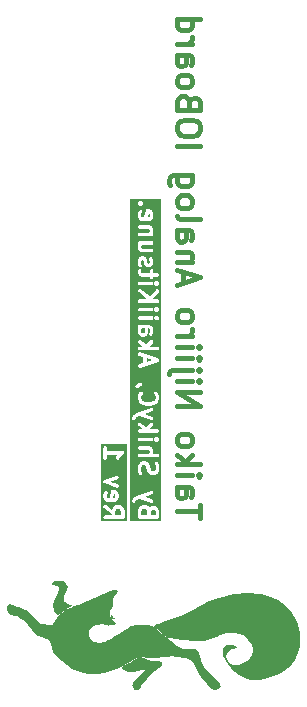
<source format=gbo>
G04 #@! TF.GenerationSoftware,KiCad,Pcbnew,8.0.1*
G04 #@! TF.CreationDate,2024-04-30T12:08:52+02:00*
G04 #@! TF.ProjectId,Taiko IoBoard,5461696b-6f20-4496-9f42-6f6172642e6b,1*
G04 #@! TF.SameCoordinates,Original*
G04 #@! TF.FileFunction,Legend,Bot*
G04 #@! TF.FilePolarity,Positive*
%FSLAX46Y46*%
G04 Gerber Fmt 4.6, Leading zero omitted, Abs format (unit mm)*
G04 Created by KiCad (PCBNEW 8.0.1) date 2024-04-30 12:08:52*
%MOMM*%
%LPD*%
G01*
G04 APERTURE LIST*
G04 Aperture macros list*
%AMRoundRect*
0 Rectangle with rounded corners*
0 $1 Rounding radius*
0 $2 $3 $4 $5 $6 $7 $8 $9 X,Y pos of 4 corners*
0 Add a 4 corners polygon primitive as box body*
4,1,4,$2,$3,$4,$5,$6,$7,$8,$9,$2,$3,0*
0 Add four circle primitives for the rounded corners*
1,1,$1+$1,$2,$3*
1,1,$1+$1,$4,$5*
1,1,$1+$1,$6,$7*
1,1,$1+$1,$8,$9*
0 Add four rect primitives between the rounded corners*
20,1,$1+$1,$2,$3,$4,$5,0*
20,1,$1+$1,$4,$5,$6,$7,0*
20,1,$1+$1,$6,$7,$8,$9,0*
20,1,$1+$1,$8,$9,$2,$3,0*%
G04 Aperture macros list end*
%ADD10C,0.300000*%
%ADD11C,0.400000*%
%ADD12C,0.000000*%
%ADD13R,2.000000X1.200000*%
%ADD14O,2.000000X1.200000*%
%ADD15RoundRect,0.300000X0.600000X-0.300000X0.600000X0.300000X-0.600000X0.300000X-0.600000X-0.300000X0*%
%ADD16O,1.800000X1.200000*%
%ADD17C,1.900000*%
%ADD18C,3.800000*%
%ADD19C,0.600000*%
G04 APERTURE END LIST*
D10*
G36*
X80882210Y-80083549D02*
G01*
X80920873Y-80120538D01*
X80967322Y-80209999D01*
X80969194Y-80600118D01*
X80480743Y-80601039D01*
X80479794Y-80403295D01*
X80481422Y-80395948D01*
X80479712Y-80386261D01*
X80478904Y-80217880D01*
X80522309Y-80127657D01*
X80559299Y-80088993D01*
X80649197Y-80042318D01*
X80792968Y-80040616D01*
X80882210Y-80083549D01*
G37*
G36*
X80433799Y-78788290D02*
G01*
X80467462Y-78853126D01*
X80469429Y-79068123D01*
X80435862Y-79137897D01*
X80371297Y-79171419D01*
X80299334Y-79171764D01*
X80379623Y-78762228D01*
X80433799Y-78788290D01*
G37*
G36*
X81433838Y-81066507D02*
G01*
X79300504Y-81066507D01*
X79300504Y-79889446D01*
X79467206Y-79889446D01*
X79477377Y-79947082D01*
X79508830Y-79996439D01*
X79531152Y-80015582D01*
X80182849Y-80468672D01*
X80183487Y-80601599D01*
X79587907Y-80602722D01*
X79533835Y-80625120D01*
X79492451Y-80666504D01*
X79470053Y-80720576D01*
X79470053Y-80779104D01*
X79492451Y-80833176D01*
X79533835Y-80874560D01*
X79587907Y-80896958D01*
X79617171Y-80899840D01*
X81146435Y-80896958D01*
X81200507Y-80874560D01*
X81241891Y-80833176D01*
X81264289Y-80779104D01*
X81267171Y-80749840D01*
X81264540Y-80201530D01*
X81265993Y-80197172D01*
X81264412Y-80174936D01*
X81264289Y-80149147D01*
X81262225Y-80144166D01*
X81261844Y-80138792D01*
X81251335Y-80111328D01*
X81177324Y-79968784D01*
X81170463Y-79952219D01*
X81165727Y-79946448D01*
X81164241Y-79943586D01*
X81161247Y-79940989D01*
X81151809Y-79929489D01*
X81076659Y-79857591D01*
X81066282Y-79845626D01*
X81060056Y-79841707D01*
X81057650Y-79839405D01*
X81053991Y-79837889D01*
X81041396Y-79829961D01*
X80916870Y-79770054D01*
X80914793Y-79767977D01*
X80898670Y-79761298D01*
X80871075Y-79748023D01*
X80865699Y-79747641D01*
X80860721Y-79745579D01*
X80831457Y-79742697D01*
X80639223Y-79744971D01*
X80635933Y-79743875D01*
X80616754Y-79745237D01*
X80587907Y-79745579D01*
X80582928Y-79747641D01*
X80577553Y-79748023D01*
X80550090Y-79758533D01*
X80407552Y-79832538D01*
X80390979Y-79839404D01*
X80385206Y-79844141D01*
X80382347Y-79845626D01*
X80379752Y-79848617D01*
X80368248Y-79858059D01*
X80296350Y-79933209D01*
X80284386Y-79943586D01*
X80280467Y-79949811D01*
X80278164Y-79952219D01*
X80276648Y-79955878D01*
X80268721Y-79968472D01*
X80208814Y-80092997D01*
X80206737Y-80095075D01*
X80200058Y-80111197D01*
X80197370Y-80116784D01*
X79677564Y-79755391D01*
X79620422Y-79742732D01*
X79562786Y-79752903D01*
X79513429Y-79784356D01*
X79479865Y-79832304D01*
X79467206Y-79889446D01*
X79300504Y-79889446D01*
X79300504Y-78821268D01*
X79467171Y-78821268D01*
X79469579Y-79084529D01*
X79468349Y-79088222D01*
X79469800Y-79108645D01*
X79470053Y-79136247D01*
X79472116Y-79141227D01*
X79472498Y-79146602D01*
X79483007Y-79174065D01*
X79553563Y-79309956D01*
X79558286Y-79324124D01*
X79564847Y-79331689D01*
X79570101Y-79341808D01*
X79584312Y-79354132D01*
X79596633Y-79368339D01*
X79611440Y-79377660D01*
X79614316Y-79380154D01*
X79616624Y-79380923D01*
X79621518Y-79384004D01*
X79746043Y-79443910D01*
X79748121Y-79445988D01*
X79764243Y-79452666D01*
X79791839Y-79465942D01*
X79797214Y-79466323D01*
X79802193Y-79468386D01*
X79831457Y-79471268D01*
X80110324Y-79469930D01*
X80117014Y-79471268D01*
X80124111Y-79469863D01*
X80379765Y-79468637D01*
X80384123Y-79470090D01*
X80406364Y-79468509D01*
X80432149Y-79468386D01*
X80437127Y-79466323D01*
X80442503Y-79465942D01*
X80469967Y-79455432D01*
X80605853Y-79384878D01*
X80620026Y-79380155D01*
X80627594Y-79373591D01*
X80637710Y-79368339D01*
X80650031Y-79354131D01*
X80664241Y-79341808D01*
X80673563Y-79326998D01*
X80676056Y-79324124D01*
X80676825Y-79321816D01*
X80679906Y-79316922D01*
X80739812Y-79192397D01*
X80741891Y-79190319D01*
X80748572Y-79174187D01*
X80761844Y-79146602D01*
X80762225Y-79141227D01*
X80764289Y-79136247D01*
X80767171Y-79106983D01*
X80764762Y-78843721D01*
X80765993Y-78840029D01*
X80764541Y-78819605D01*
X80764289Y-78792004D01*
X80762225Y-78787023D01*
X80761844Y-78781649D01*
X80751335Y-78754185D01*
X80680778Y-78618294D01*
X80676056Y-78604127D01*
X80669494Y-78596561D01*
X80664241Y-78586443D01*
X80650031Y-78574119D01*
X80637710Y-78559912D01*
X80622904Y-78550592D01*
X80620026Y-78548096D01*
X80617714Y-78547325D01*
X80612824Y-78544247D01*
X80488298Y-78484340D01*
X80486221Y-78482263D01*
X80470098Y-78475584D01*
X80442503Y-78462309D01*
X80437127Y-78461927D01*
X80432149Y-78459865D01*
X80402885Y-78456983D01*
X80271212Y-78459187D01*
X80260185Y-78456982D01*
X80246985Y-78459593D01*
X80230764Y-78459865D01*
X80217187Y-78465488D01*
X80202770Y-78468341D01*
X80190411Y-78476580D01*
X80176692Y-78482263D01*
X80166302Y-78492653D01*
X80154074Y-78500805D01*
X80145809Y-78513145D01*
X80135308Y-78523647D01*
X80129684Y-78537223D01*
X80121506Y-78549435D01*
X80112941Y-78577565D01*
X80112911Y-78577715D01*
X80112910Y-78577719D01*
X80112910Y-78577723D01*
X79996164Y-79173219D01*
X79870926Y-79173820D01*
X79800543Y-79139960D01*
X79766879Y-79075124D01*
X79764912Y-78860127D01*
X79833273Y-78718030D01*
X79837422Y-78659650D01*
X79818915Y-78604128D01*
X79780568Y-78559912D01*
X79728219Y-78533738D01*
X79669839Y-78529589D01*
X79614316Y-78548097D01*
X79570101Y-78586443D01*
X79554436Y-78611329D01*
X79494529Y-78735853D01*
X79492451Y-78737932D01*
X79485769Y-78754063D01*
X79472498Y-78781649D01*
X79472116Y-78787023D01*
X79470053Y-78792004D01*
X79467171Y-78821268D01*
X79300504Y-78821268D01*
X79300504Y-77771762D01*
X79468781Y-77771762D01*
X79471314Y-77778854D01*
X79471688Y-77786373D01*
X79481082Y-77806205D01*
X79488466Y-77826880D01*
X79493519Y-77832462D01*
X79496742Y-77839265D01*
X79513014Y-77853996D01*
X79527746Y-77870269D01*
X79534548Y-77873491D01*
X79540131Y-77878545D01*
X79566721Y-77891101D01*
X80595249Y-78255373D01*
X80653704Y-78252466D01*
X80706596Y-78227412D01*
X80745876Y-78184023D01*
X80765561Y-78128905D01*
X80762654Y-78070450D01*
X80737600Y-78017558D01*
X80694211Y-77978278D01*
X80667621Y-77965722D01*
X80058983Y-77750162D01*
X80694211Y-77521402D01*
X80737600Y-77482122D01*
X80762654Y-77429230D01*
X80765561Y-77370775D01*
X80745876Y-77315657D01*
X80706596Y-77272268D01*
X80653704Y-77247214D01*
X80595249Y-77244307D01*
X80566720Y-77251436D01*
X79587695Y-77604006D01*
X79580638Y-77604357D01*
X79561348Y-77613494D01*
X79540131Y-77621135D01*
X79534548Y-77626188D01*
X79527746Y-77629411D01*
X79513014Y-77645683D01*
X79496742Y-77660415D01*
X79493519Y-77667217D01*
X79488466Y-77672800D01*
X79481082Y-77693474D01*
X79471688Y-77713307D01*
X79471314Y-77720825D01*
X79468781Y-77727918D01*
X79469871Y-77749840D01*
X79468781Y-77771762D01*
X79300504Y-77771762D01*
X79300504Y-74892697D01*
X79467171Y-74892697D01*
X79470053Y-75779104D01*
X79492451Y-75833176D01*
X79533835Y-75874560D01*
X79587907Y-75896958D01*
X79646435Y-75896958D01*
X79700507Y-75874560D01*
X79741891Y-75833176D01*
X79764289Y-75779104D01*
X79767171Y-75749840D01*
X79766264Y-75470988D01*
X80688365Y-75469250D01*
X80655797Y-75502640D01*
X80641529Y-75515015D01*
X80637528Y-75521370D01*
X80635307Y-75523648D01*
X80633791Y-75527307D01*
X80625864Y-75539901D01*
X80543926Y-75710222D01*
X80539778Y-75768602D01*
X80558286Y-75824124D01*
X80596633Y-75868339D01*
X80648982Y-75894514D01*
X80707362Y-75898662D01*
X80762884Y-75880154D01*
X80807099Y-75841807D01*
X80822764Y-75816922D01*
X80879198Y-75699613D01*
X80989263Y-75586772D01*
X81188777Y-75450847D01*
X81200507Y-75445989D01*
X81210335Y-75436160D01*
X81223127Y-75427446D01*
X81231392Y-75415103D01*
X81241891Y-75404605D01*
X81247514Y-75391028D01*
X81255693Y-75378816D01*
X81258605Y-75364254D01*
X81264289Y-75350533D01*
X81264289Y-75335836D01*
X81267171Y-75321426D01*
X81264289Y-75306856D01*
X81264289Y-75292005D01*
X81258666Y-75278430D01*
X81255814Y-75264012D01*
X81247573Y-75251651D01*
X81241891Y-75237933D01*
X81231502Y-75227544D01*
X81223348Y-75215313D01*
X81211005Y-75207047D01*
X81200507Y-75196549D01*
X81186930Y-75190925D01*
X81174718Y-75182747D01*
X81160155Y-75179834D01*
X81146435Y-75174151D01*
X81117482Y-75171299D01*
X81117329Y-75171269D01*
X81117276Y-75171279D01*
X81117171Y-75171269D01*
X79765298Y-75173816D01*
X79764289Y-74863433D01*
X79741891Y-74809361D01*
X79700507Y-74767977D01*
X79646435Y-74745579D01*
X79587907Y-74745579D01*
X79533835Y-74767977D01*
X79492451Y-74809361D01*
X79470053Y-74863433D01*
X79467171Y-74892697D01*
X79300504Y-74892697D01*
X79300504Y-74578912D01*
X81433838Y-74578912D01*
X81433838Y-81066507D01*
G37*
G36*
X83099924Y-80083549D02*
G01*
X83131945Y-80114184D01*
X83184981Y-80267498D01*
X83186799Y-80601465D01*
X82698463Y-80602385D01*
X82696618Y-80217880D01*
X82740023Y-80127658D01*
X82777014Y-80088992D01*
X82866911Y-80042318D01*
X83010682Y-80040616D01*
X83099924Y-80083549D01*
G37*
G36*
X83814209Y-80154977D02*
G01*
X83852873Y-80191967D01*
X83899343Y-80281468D01*
X83901078Y-80600119D01*
X83484074Y-80600904D01*
X83482376Y-80289218D01*
X83525737Y-80199087D01*
X83562728Y-80160421D01*
X83652939Y-80113583D01*
X83725636Y-80112366D01*
X83814209Y-80154977D01*
G37*
G36*
X83579301Y-67463474D02*
G01*
X83126943Y-67615160D01*
X83125772Y-67313199D01*
X83579301Y-67463474D01*
G37*
G36*
X82972972Y-65067887D02*
G01*
X82939291Y-65137897D01*
X82873975Y-65171809D01*
X82801277Y-65173026D01*
X82732543Y-65139960D01*
X82698934Y-65075229D01*
X82696798Y-64788935D01*
X82712448Y-64756405D01*
X82970642Y-64755492D01*
X82972972Y-65067887D01*
G37*
G36*
X83365799Y-55002574D02*
G01*
X83399462Y-55067410D01*
X83401429Y-55282407D01*
X83367862Y-55352181D01*
X83303297Y-55385703D01*
X83231334Y-55386048D01*
X83311623Y-54976512D01*
X83365799Y-55002574D01*
G37*
G36*
X84365838Y-81066507D02*
G01*
X81733682Y-81066507D01*
X81733682Y-80178411D01*
X82399171Y-80178411D01*
X82402053Y-80779104D01*
X82424451Y-80833176D01*
X82465835Y-80874560D01*
X82519907Y-80896958D01*
X82549171Y-80899840D01*
X84078435Y-80896958D01*
X84132507Y-80874560D01*
X84173891Y-80833176D01*
X84196289Y-80779104D01*
X84199171Y-80749840D01*
X84196573Y-80272858D01*
X84197993Y-80268601D01*
X84196430Y-80246619D01*
X84196289Y-80220576D01*
X84194225Y-80215595D01*
X84193844Y-80210221D01*
X84183335Y-80182757D01*
X84109324Y-80040213D01*
X84102463Y-80023648D01*
X84097727Y-80017877D01*
X84096241Y-80015015D01*
X84093247Y-80012418D01*
X84083809Y-80000918D01*
X84008659Y-79929020D01*
X83998282Y-79917055D01*
X83992056Y-79913136D01*
X83989650Y-79910834D01*
X83985991Y-79909318D01*
X83973396Y-79901390D01*
X83848871Y-79841483D01*
X83846793Y-79839405D01*
X83830661Y-79832723D01*
X83803076Y-79819452D01*
X83797701Y-79819070D01*
X83792721Y-79817007D01*
X83763457Y-79814125D01*
X83641931Y-79816159D01*
X83639361Y-79815303D01*
X83622791Y-79816480D01*
X83591336Y-79817007D01*
X83586358Y-79819068D01*
X83580981Y-79819451D01*
X83553518Y-79829961D01*
X83410969Y-79903973D01*
X83394406Y-79910834D01*
X83388637Y-79915568D01*
X83385774Y-79917055D01*
X83383177Y-79920049D01*
X83371675Y-79929489D01*
X83370517Y-79930699D01*
X83369523Y-79929488D01*
X83294372Y-79857590D01*
X83283996Y-79845626D01*
X83277770Y-79841707D01*
X83275363Y-79839404D01*
X83271703Y-79837888D01*
X83259110Y-79829961D01*
X83134584Y-79770054D01*
X83132507Y-79767977D01*
X83116384Y-79761298D01*
X83088789Y-79748023D01*
X83083413Y-79747641D01*
X83078435Y-79745579D01*
X83049171Y-79742697D01*
X82856937Y-79744971D01*
X82853647Y-79743875D01*
X82834468Y-79745237D01*
X82805621Y-79745579D01*
X82800642Y-79747641D01*
X82795267Y-79748023D01*
X82767804Y-79758533D01*
X82625261Y-79832541D01*
X82608692Y-79839405D01*
X82602921Y-79844140D01*
X82600061Y-79845626D01*
X82597466Y-79848617D01*
X82585961Y-79858060D01*
X82514068Y-79933206D01*
X82502101Y-79943586D01*
X82498180Y-79949814D01*
X82495879Y-79952220D01*
X82494364Y-79955876D01*
X82486436Y-79968472D01*
X82426529Y-80092996D01*
X82424451Y-80095075D01*
X82417769Y-80111206D01*
X82404498Y-80138792D01*
X82404116Y-80144166D01*
X82402053Y-80149147D01*
X82399171Y-80178411D01*
X81733682Y-80178411D01*
X81733682Y-79411458D01*
X81900349Y-79411458D01*
X81918856Y-79466981D01*
X81957203Y-79511196D01*
X82009552Y-79537370D01*
X82067932Y-79541519D01*
X82123455Y-79523012D01*
X82167670Y-79484665D01*
X82183335Y-79459779D01*
X82240023Y-79341944D01*
X82273159Y-79307307D01*
X82549150Y-79194675D01*
X83527249Y-79541087D01*
X83585704Y-79538180D01*
X83638596Y-79513126D01*
X83677876Y-79469737D01*
X83697561Y-79414619D01*
X83694654Y-79356164D01*
X83669600Y-79303272D01*
X83626211Y-79263992D01*
X83599621Y-79251436D01*
X82990983Y-79035876D01*
X83626211Y-78807116D01*
X83669600Y-78767836D01*
X83694654Y-78714944D01*
X83697561Y-78656489D01*
X83677876Y-78601371D01*
X83638596Y-78557982D01*
X83585704Y-78532928D01*
X83527249Y-78530021D01*
X83498720Y-78537150D01*
X82524138Y-78888119D01*
X82521704Y-78888090D01*
X82515337Y-78889936D01*
X82512638Y-78890071D01*
X82509104Y-78891744D01*
X82493463Y-78896282D01*
X82110219Y-79052684D01*
X82109552Y-79053334D01*
X82108692Y-79053691D01*
X82085961Y-79072346D01*
X82014068Y-79147492D01*
X82002101Y-79157872D01*
X81998180Y-79164100D01*
X81995879Y-79166506D01*
X81994364Y-79170162D01*
X81986436Y-79182758D01*
X81904498Y-79353078D01*
X81900349Y-79411458D01*
X81733682Y-79411458D01*
X81733682Y-76464126D01*
X82399171Y-76464126D01*
X82401820Y-76819328D01*
X82400349Y-76840030D01*
X82402029Y-76847421D01*
X82402053Y-76850533D01*
X82403569Y-76854194D01*
X82406869Y-76868704D01*
X82490286Y-77109839D01*
X82528634Y-77154053D01*
X82580981Y-77180227D01*
X82639361Y-77184376D01*
X82694885Y-77165868D01*
X82739100Y-77127520D01*
X82765273Y-77075173D01*
X82769422Y-77016793D01*
X82762902Y-76988119D01*
X82699038Y-76803507D01*
X82696798Y-76503221D01*
X82740023Y-76413373D01*
X82777014Y-76374707D01*
X82867225Y-76327869D01*
X82939921Y-76326652D01*
X83028497Y-76369264D01*
X83067159Y-76406253D01*
X83119774Y-76507589D01*
X83189193Y-76775126D01*
X83190212Y-76789459D01*
X83198600Y-76811379D01*
X83199257Y-76813911D01*
X83199901Y-76814781D01*
X83200721Y-76816922D01*
X83274732Y-76959468D01*
X83281593Y-76976031D01*
X83286327Y-76981800D01*
X83287815Y-76984665D01*
X83290809Y-76987262D01*
X83300247Y-76998762D01*
X83375395Y-77070658D01*
X83385775Y-77082626D01*
X83392000Y-77086544D01*
X83394406Y-77088846D01*
X83398064Y-77090361D01*
X83410661Y-77098290D01*
X83535186Y-77158196D01*
X83537264Y-77160274D01*
X83553386Y-77166952D01*
X83580982Y-77180228D01*
X83586357Y-77180609D01*
X83591336Y-77182672D01*
X83620600Y-77185554D01*
X83742124Y-77183519D01*
X83744695Y-77184376D01*
X83761264Y-77183198D01*
X83792721Y-77182672D01*
X83797699Y-77180609D01*
X83803075Y-77180228D01*
X83830539Y-77169718D01*
X83973082Y-77095708D01*
X83989650Y-77088846D01*
X83995418Y-77084111D01*
X83998282Y-77082625D01*
X84000878Y-77079630D01*
X84012381Y-77070191D01*
X84084276Y-76995041D01*
X84096241Y-76984665D01*
X84100159Y-76978439D01*
X84102463Y-76976032D01*
X84103978Y-76972372D01*
X84111906Y-76959779D01*
X84171812Y-76835254D01*
X84173891Y-76833176D01*
X84180572Y-76817044D01*
X84193844Y-76789459D01*
X84194225Y-76784084D01*
X84196289Y-76779104D01*
X84199171Y-76749840D01*
X84196521Y-76394637D01*
X84197993Y-76373936D01*
X84196312Y-76366544D01*
X84196289Y-76363433D01*
X84194772Y-76359771D01*
X84191473Y-76345262D01*
X84108056Y-76104126D01*
X84069708Y-76059911D01*
X84017361Y-76033738D01*
X83958981Y-76029589D01*
X83903457Y-76048097D01*
X83859242Y-76086445D01*
X83833069Y-76138792D01*
X83828920Y-76197172D01*
X83835440Y-76225845D01*
X83899303Y-76410457D01*
X83901543Y-76710744D01*
X83858318Y-76800593D01*
X83821327Y-76839258D01*
X83731118Y-76886095D01*
X83658420Y-76887312D01*
X83569844Y-76844701D01*
X83531183Y-76807713D01*
X83478567Y-76706375D01*
X83409148Y-76438839D01*
X83408130Y-76424507D01*
X83399741Y-76402583D01*
X83399085Y-76400055D01*
X83398440Y-76399185D01*
X83397621Y-76397043D01*
X83323610Y-76254499D01*
X83316749Y-76237934D01*
X83312013Y-76232163D01*
X83310527Y-76229301D01*
X83307533Y-76226704D01*
X83298095Y-76215204D01*
X83222945Y-76143306D01*
X83212568Y-76131341D01*
X83206342Y-76127422D01*
X83203936Y-76125120D01*
X83200277Y-76123604D01*
X83187682Y-76115676D01*
X83063154Y-76055767D01*
X83061078Y-76053691D01*
X83044960Y-76047014D01*
X83017361Y-76033737D01*
X83011983Y-76033354D01*
X83007006Y-76031293D01*
X82977742Y-76028411D01*
X82856216Y-76030445D01*
X82853646Y-76029589D01*
X82837081Y-76030766D01*
X82805621Y-76031293D01*
X82800640Y-76033356D01*
X82795266Y-76033738D01*
X82767802Y-76044247D01*
X82625254Y-76118259D01*
X82608692Y-76125120D01*
X82602923Y-76129854D01*
X82600060Y-76131341D01*
X82597462Y-76134335D01*
X82585961Y-76143775D01*
X82514068Y-76218921D01*
X82502101Y-76229301D01*
X82498180Y-76235529D01*
X82495879Y-76237935D01*
X82494364Y-76241591D01*
X82486436Y-76254187D01*
X82426529Y-76378711D01*
X82424451Y-76380790D01*
X82417769Y-76396921D01*
X82404498Y-76424507D01*
X82404116Y-76429881D01*
X82402053Y-76434862D01*
X82399171Y-76464126D01*
X81733682Y-76464126D01*
X81733682Y-75564819D01*
X82402053Y-75564819D01*
X82424451Y-75618891D01*
X82465835Y-75660275D01*
X82519907Y-75682673D01*
X82549171Y-75685555D01*
X84078435Y-75682673D01*
X84132507Y-75660275D01*
X84173891Y-75618891D01*
X84196289Y-75564819D01*
X84196289Y-75506291D01*
X84173891Y-75452219D01*
X84132507Y-75410835D01*
X84078435Y-75388437D01*
X84049171Y-75385555D01*
X83681643Y-75386247D01*
X83693844Y-75360888D01*
X83694225Y-75355513D01*
X83696289Y-75350533D01*
X83699171Y-75321269D01*
X83696896Y-75129034D01*
X83697993Y-75125744D01*
X83696630Y-75106571D01*
X83696289Y-75077719D01*
X83694225Y-75072738D01*
X83693844Y-75067364D01*
X83683335Y-75039900D01*
X83612778Y-74904009D01*
X83608056Y-74889842D01*
X83601494Y-74882276D01*
X83596241Y-74872158D01*
X83582031Y-74859834D01*
X83569710Y-74845627D01*
X83554904Y-74836307D01*
X83552026Y-74833811D01*
X83549714Y-74833040D01*
X83544824Y-74829962D01*
X83420298Y-74770055D01*
X83418221Y-74767978D01*
X83402098Y-74761299D01*
X83374503Y-74748024D01*
X83369127Y-74747642D01*
X83364149Y-74745580D01*
X83334885Y-74742698D01*
X82519907Y-74745580D01*
X82465835Y-74767978D01*
X82424451Y-74809362D01*
X82402053Y-74863434D01*
X82402053Y-74921962D01*
X82424451Y-74976034D01*
X82465835Y-75017418D01*
X82519907Y-75039816D01*
X82549171Y-75042698D01*
X83295236Y-75040059D01*
X83365799Y-75074005D01*
X83399549Y-75139010D01*
X83401251Y-75282780D01*
X83358318Y-75372022D01*
X83344100Y-75386883D01*
X82519907Y-75388437D01*
X82465835Y-75410835D01*
X82424451Y-75452219D01*
X82402053Y-75506291D01*
X82402053Y-75564819D01*
X81733682Y-75564819D01*
X81733682Y-74207676D01*
X82402053Y-74207676D01*
X82424451Y-74261748D01*
X82465835Y-74303132D01*
X82519907Y-74325530D01*
X82549171Y-74328412D01*
X83578435Y-74325530D01*
X83632507Y-74303132D01*
X83673891Y-74261748D01*
X83696289Y-74207676D01*
X83696289Y-74207675D01*
X83759196Y-74207675D01*
X83781593Y-74261747D01*
X83800248Y-74284478D01*
X83894406Y-74374561D01*
X83916803Y-74383837D01*
X83948478Y-74396958D01*
X84007004Y-74396958D01*
X84038680Y-74383837D01*
X84061077Y-74374561D01*
X84061081Y-74374556D01*
X84083807Y-74355907D01*
X84173891Y-74261748D01*
X84173892Y-74261747D01*
X84196289Y-74207675D01*
X84196289Y-74149149D01*
X84190944Y-74136246D01*
X84173892Y-74095078D01*
X84173892Y-74095077D01*
X84155237Y-74072346D01*
X84061077Y-73982262D01*
X84007005Y-73959865D01*
X83948479Y-73959865D01*
X83894407Y-73982262D01*
X83894406Y-73982263D01*
X83871675Y-74000918D01*
X83781615Y-74095054D01*
X83781593Y-74095077D01*
X83781593Y-74095078D01*
X83764541Y-74136246D01*
X83759196Y-74149149D01*
X83759196Y-74207675D01*
X83696289Y-74207675D01*
X83696289Y-74149148D01*
X83673891Y-74095076D01*
X83632507Y-74053692D01*
X83578435Y-74031294D01*
X83549171Y-74028412D01*
X82519907Y-74031294D01*
X82465835Y-74053692D01*
X82424451Y-74095076D01*
X82402053Y-74149148D01*
X82402053Y-74207676D01*
X81733682Y-74207676D01*
X81733682Y-72884534D01*
X82399393Y-72884534D01*
X82407670Y-72942471D01*
X82437489Y-72992833D01*
X82459171Y-73012697D01*
X82867331Y-73316353D01*
X82519907Y-73317008D01*
X82465835Y-73339406D01*
X82424451Y-73380790D01*
X82402053Y-73434862D01*
X82402053Y-73493390D01*
X82424451Y-73547462D01*
X82465835Y-73588846D01*
X82519907Y-73611244D01*
X82549171Y-73614126D01*
X84078435Y-73611244D01*
X84132507Y-73588846D01*
X84173891Y-73547462D01*
X84196289Y-73493390D01*
X84196289Y-73434862D01*
X84173891Y-73380790D01*
X84132507Y-73339406D01*
X84078435Y-73317008D01*
X84049171Y-73314126D01*
X83336784Y-73315468D01*
X83673892Y-72976032D01*
X83696289Y-72921960D01*
X83696289Y-72863434D01*
X83673892Y-72809361D01*
X83632507Y-72767976D01*
X83578434Y-72745579D01*
X83519908Y-72745579D01*
X83465836Y-72767976D01*
X83443105Y-72786631D01*
X83107492Y-73124561D01*
X82614031Y-72757444D01*
X82557334Y-72742919D01*
X82499397Y-72751196D01*
X82449035Y-72781015D01*
X82413918Y-72827837D01*
X82399393Y-72884534D01*
X81733682Y-72884534D01*
X81733682Y-72411458D01*
X81900349Y-72411458D01*
X81918856Y-72466981D01*
X81957203Y-72511196D01*
X82009552Y-72537370D01*
X82067932Y-72541519D01*
X82123455Y-72523012D01*
X82167670Y-72484665D01*
X82183335Y-72459779D01*
X82240023Y-72341944D01*
X82273159Y-72307307D01*
X82549150Y-72194675D01*
X83527249Y-72541087D01*
X83585704Y-72538180D01*
X83638596Y-72513126D01*
X83677876Y-72469737D01*
X83697561Y-72414619D01*
X83694654Y-72356164D01*
X83669600Y-72303272D01*
X83626211Y-72263992D01*
X83599621Y-72251436D01*
X82990983Y-72035876D01*
X83626211Y-71807116D01*
X83669600Y-71767836D01*
X83694654Y-71714944D01*
X83697561Y-71656489D01*
X83677876Y-71601371D01*
X83638596Y-71557982D01*
X83585704Y-71532928D01*
X83527249Y-71530021D01*
X83498720Y-71537150D01*
X82524138Y-71888119D01*
X82521704Y-71888090D01*
X82515337Y-71889936D01*
X82512638Y-71890071D01*
X82509104Y-71891744D01*
X82493463Y-71896282D01*
X82110219Y-72052684D01*
X82109552Y-72053334D01*
X82108692Y-72053691D01*
X82085961Y-72072346D01*
X82014068Y-72147492D01*
X82002101Y-72157872D01*
X81998180Y-72164100D01*
X81995879Y-72166506D01*
X81994364Y-72170162D01*
X81986436Y-72182758D01*
X81904498Y-72353078D01*
X81900349Y-72411458D01*
X81733682Y-72411458D01*
X81733682Y-70535554D01*
X82399171Y-70535554D01*
X82401585Y-70679769D01*
X82400349Y-70697172D01*
X82401998Y-70704426D01*
X82402053Y-70707675D01*
X82403570Y-70711337D01*
X82406869Y-70725845D01*
X82473482Y-70918405D01*
X82473482Y-70921960D01*
X82480940Y-70939967D01*
X82490286Y-70966982D01*
X82493816Y-70971052D01*
X82495879Y-70976032D01*
X82514534Y-70998763D01*
X82659117Y-71139788D01*
X82671489Y-71154053D01*
X82677841Y-71158051D01*
X82680121Y-71160275D01*
X82683783Y-71161791D01*
X82696375Y-71169718D01*
X82831782Y-71234860D01*
X82842243Y-71242611D01*
X82864197Y-71250454D01*
X82866695Y-71251656D01*
X82867775Y-71251732D01*
X82869934Y-71252504D01*
X83147902Y-71319372D01*
X83162764Y-71325529D01*
X83180929Y-71327317D01*
X83184737Y-71328234D01*
X83186924Y-71327908D01*
X83192028Y-71328411D01*
X83398385Y-71325969D01*
X83413605Y-71328234D01*
X83431575Y-71325576D01*
X83435578Y-71325529D01*
X83437622Y-71324681D01*
X83442694Y-71323932D01*
X83717314Y-71252674D01*
X83731647Y-71251656D01*
X83753567Y-71243267D01*
X83756099Y-71242611D01*
X83756969Y-71241966D01*
X83759110Y-71241147D01*
X83901652Y-71167137D01*
X83918220Y-71160275D01*
X83923990Y-71155539D01*
X83926853Y-71154053D01*
X83929449Y-71151059D01*
X83940951Y-71141620D01*
X84066694Y-71012703D01*
X84069708Y-71011197D01*
X84082094Y-70996915D01*
X84102463Y-70976033D01*
X84104526Y-70971051D01*
X84108056Y-70966982D01*
X84120044Y-70940131D01*
X84188901Y-70725510D01*
X84196289Y-70707675D01*
X84197026Y-70700183D01*
X84197993Y-70697172D01*
X84197712Y-70693222D01*
X84199171Y-70678411D01*
X84196756Y-70534195D01*
X84197993Y-70516793D01*
X84196343Y-70509538D01*
X84196289Y-70506290D01*
X84194772Y-70502628D01*
X84191473Y-70488119D01*
X84124859Y-70295555D01*
X84124859Y-70292005D01*
X84117404Y-70274005D01*
X84108056Y-70246983D01*
X84104526Y-70242912D01*
X84102463Y-70237932D01*
X84083808Y-70215202D01*
X83989649Y-70125119D01*
X83935577Y-70102722D01*
X83877051Y-70102722D01*
X83822979Y-70125119D01*
X83781593Y-70166505D01*
X83759196Y-70220577D01*
X83759196Y-70279103D01*
X83781593Y-70333175D01*
X83800248Y-70355906D01*
X83846232Y-70399900D01*
X83899476Y-70553815D01*
X83901071Y-70649044D01*
X83849702Y-70809159D01*
X83751471Y-70909869D01*
X83648563Y-70963300D01*
X83397216Y-71028518D01*
X83219003Y-71030627D01*
X82968092Y-70970267D01*
X82856088Y-70916384D01*
X82752579Y-70815423D01*
X82698865Y-70660148D01*
X82697270Y-70564917D01*
X82748851Y-70404144D01*
X82816749Y-70333176D01*
X82839145Y-70279103D01*
X82839145Y-70220577D01*
X82816749Y-70166505D01*
X82775363Y-70125119D01*
X82721291Y-70102723D01*
X82662765Y-70102723D01*
X82608692Y-70125119D01*
X82585962Y-70143774D01*
X82530334Y-70201918D01*
X82528633Y-70202769D01*
X82520020Y-70212698D01*
X82495879Y-70237933D01*
X82493816Y-70242912D01*
X82490286Y-70246983D01*
X82478297Y-70273834D01*
X82409440Y-70488455D01*
X82402053Y-70506290D01*
X82401315Y-70513781D01*
X82400349Y-70516793D01*
X82400629Y-70520742D01*
X82399171Y-70535554D01*
X81733682Y-70535554D01*
X81733682Y-69707673D01*
X82187767Y-69707673D01*
X82210164Y-69761745D01*
X82251549Y-69803131D01*
X82305621Y-69825529D01*
X82364147Y-69825529D01*
X82418219Y-69803132D01*
X82440950Y-69784478D01*
X82491298Y-69731851D01*
X82582294Y-69684605D01*
X82649864Y-69682672D01*
X82703936Y-69660274D01*
X82745320Y-69618890D01*
X82767718Y-69564818D01*
X82767718Y-69506290D01*
X82745320Y-69452218D01*
X82703936Y-69410834D01*
X82649864Y-69388436D01*
X82620600Y-69385554D01*
X82568842Y-69387035D01*
X82567932Y-69386732D01*
X82560170Y-69387283D01*
X82519907Y-69388436D01*
X82514926Y-69390499D01*
X82509552Y-69390881D01*
X82482088Y-69401390D01*
X82339544Y-69475400D01*
X82322979Y-69482262D01*
X82317208Y-69486997D01*
X82314346Y-69488484D01*
X82311749Y-69491477D01*
X82300249Y-69500916D01*
X82210165Y-69595075D01*
X82187767Y-69649147D01*
X82187767Y-69707673D01*
X81733682Y-69707673D01*
X81733682Y-67982886D01*
X82400349Y-67982886D01*
X82418857Y-68038410D01*
X82457204Y-68082624D01*
X82509551Y-68108798D01*
X82567932Y-68112947D01*
X82596605Y-68106427D01*
X84078440Y-67609533D01*
X84088791Y-67608798D01*
X84105398Y-67600494D01*
X84123456Y-67594439D01*
X84131553Y-67587416D01*
X84141138Y-67582624D01*
X84153459Y-67568417D01*
X84167671Y-67556092D01*
X84172464Y-67546504D01*
X84179485Y-67538410D01*
X84185433Y-67520565D01*
X84193844Y-67503744D01*
X84194603Y-67493056D01*
X84197994Y-67482886D01*
X84196660Y-67464125D01*
X84197994Y-67445364D01*
X84194603Y-67435193D01*
X84193844Y-67424506D01*
X84185433Y-67407684D01*
X84179485Y-67389840D01*
X84172464Y-67381745D01*
X84167671Y-67372158D01*
X84153459Y-67359832D01*
X84141138Y-67345626D01*
X84131553Y-67340833D01*
X84123456Y-67333811D01*
X84096605Y-67321823D01*
X83018148Y-66964480D01*
X83007006Y-66959865D01*
X83004219Y-66959865D01*
X82567932Y-66815303D01*
X82509551Y-66819452D01*
X82457204Y-66845626D01*
X82418857Y-66889840D01*
X82400349Y-66945364D01*
X82404498Y-67003745D01*
X82430672Y-67056092D01*
X82474886Y-67094439D01*
X82501737Y-67106427D01*
X82828159Y-67214585D01*
X82830097Y-67714700D01*
X82474886Y-67833811D01*
X82430672Y-67872158D01*
X82404498Y-67924505D01*
X82400349Y-67982886D01*
X81733682Y-67982886D01*
X81733682Y-65884534D01*
X82399393Y-65884534D01*
X82407670Y-65942471D01*
X82437489Y-65992833D01*
X82459171Y-66012697D01*
X82867331Y-66316353D01*
X82519907Y-66317008D01*
X82465835Y-66339406D01*
X82424451Y-66380790D01*
X82402053Y-66434862D01*
X82402053Y-66493390D01*
X82424451Y-66547462D01*
X82465835Y-66588846D01*
X82519907Y-66611244D01*
X82549171Y-66614126D01*
X84078435Y-66611244D01*
X84132507Y-66588846D01*
X84173891Y-66547462D01*
X84196289Y-66493390D01*
X84196289Y-66434862D01*
X84173891Y-66380790D01*
X84132507Y-66339406D01*
X84078435Y-66317008D01*
X84049171Y-66314126D01*
X83336784Y-66315468D01*
X83673892Y-65976032D01*
X83696289Y-65921960D01*
X83696289Y-65863434D01*
X83673892Y-65809361D01*
X83632507Y-65767976D01*
X83578434Y-65745579D01*
X83519908Y-65745579D01*
X83465836Y-65767976D01*
X83443105Y-65786631D01*
X83107492Y-66124561D01*
X82614031Y-65757444D01*
X82557334Y-65742919D01*
X82499397Y-65751196D01*
X82449035Y-65781015D01*
X82413918Y-65827837D01*
X82399393Y-65884534D01*
X81733682Y-65884534D01*
X81733682Y-64749840D01*
X82399171Y-64749840D01*
X82401665Y-65084272D01*
X82400349Y-65088222D01*
X82401852Y-65109379D01*
X82402053Y-65136247D01*
X82404116Y-65141227D01*
X82404498Y-65146602D01*
X82415007Y-65174065D01*
X82485563Y-65309956D01*
X82490286Y-65324124D01*
X82496847Y-65331689D01*
X82502101Y-65341808D01*
X82516312Y-65354132D01*
X82528633Y-65368339D01*
X82543440Y-65377660D01*
X82546316Y-65380154D01*
X82548624Y-65380923D01*
X82553518Y-65384004D01*
X82678043Y-65443910D01*
X82680121Y-65445988D01*
X82696243Y-65452666D01*
X82723839Y-65465942D01*
X82729214Y-65466323D01*
X82734193Y-65468386D01*
X82763457Y-65471268D01*
X82884981Y-65469233D01*
X82887552Y-65470090D01*
X82904121Y-65468912D01*
X82935578Y-65468386D01*
X82940556Y-65466323D01*
X82945932Y-65465942D01*
X82973396Y-65455432D01*
X83109282Y-65384878D01*
X83123455Y-65380155D01*
X83131023Y-65373591D01*
X83141139Y-65368339D01*
X83153460Y-65354131D01*
X83167670Y-65341808D01*
X83176992Y-65326998D01*
X83179485Y-65324124D01*
X83180254Y-65321816D01*
X83183335Y-65316922D01*
X83243241Y-65192397D01*
X83245320Y-65190319D01*
X83252001Y-65174187D01*
X83265273Y-65146602D01*
X83265654Y-65141227D01*
X83267718Y-65136247D01*
X83270600Y-65106983D01*
X83268227Y-64788935D01*
X83284851Y-64754381D01*
X83295236Y-64754344D01*
X83365799Y-64788290D01*
X83399462Y-64853126D01*
X83401429Y-65068123D01*
X83333069Y-65210221D01*
X83328920Y-65268601D01*
X83347427Y-65324124D01*
X83385774Y-65368339D01*
X83438123Y-65394513D01*
X83496503Y-65398662D01*
X83552026Y-65380155D01*
X83596241Y-65341808D01*
X83611906Y-65316922D01*
X83671812Y-65192397D01*
X83673891Y-65190319D01*
X83680572Y-65174187D01*
X83693844Y-65146602D01*
X83694225Y-65141227D01*
X83696289Y-65136247D01*
X83699171Y-65106983D01*
X83696762Y-64843721D01*
X83697993Y-64840029D01*
X83696541Y-64819605D01*
X83696289Y-64792004D01*
X83694225Y-64787023D01*
X83693844Y-64781649D01*
X83683335Y-64754185D01*
X83612778Y-64618294D01*
X83608056Y-64604127D01*
X83601494Y-64596561D01*
X83596241Y-64586443D01*
X83582031Y-64574119D01*
X83569710Y-64559912D01*
X83554904Y-64550592D01*
X83552026Y-64548096D01*
X83549714Y-64547325D01*
X83544824Y-64544247D01*
X83420298Y-64484340D01*
X83418221Y-64482263D01*
X83402098Y-64475584D01*
X83374503Y-64462309D01*
X83369127Y-64461927D01*
X83364149Y-64459865D01*
X83334885Y-64456983D01*
X82620795Y-64459508D01*
X82601839Y-64458161D01*
X82597550Y-64459590D01*
X82519907Y-64459865D01*
X82465835Y-64482263D01*
X82424451Y-64523647D01*
X82402053Y-64577719D01*
X82402053Y-64636247D01*
X82419518Y-64678411D01*
X82417769Y-64682635D01*
X82404498Y-64710221D01*
X82404116Y-64715595D01*
X82402053Y-64720576D01*
X82399171Y-64749840D01*
X81733682Y-64749840D01*
X81733682Y-63921961D01*
X82402053Y-63921961D01*
X82424451Y-63976033D01*
X82465835Y-64017417D01*
X82519907Y-64039815D01*
X82549171Y-64042697D01*
X83578435Y-64039815D01*
X83632507Y-64017417D01*
X83673891Y-63976033D01*
X83696289Y-63921961D01*
X83696289Y-63921960D01*
X83759196Y-63921960D01*
X83781593Y-63976032D01*
X83800248Y-63998763D01*
X83894406Y-64088846D01*
X83916803Y-64098122D01*
X83948478Y-64111243D01*
X84007004Y-64111243D01*
X84038680Y-64098122D01*
X84061077Y-64088846D01*
X84061081Y-64088841D01*
X84083807Y-64070192D01*
X84173891Y-63976033D01*
X84173892Y-63976032D01*
X84196289Y-63921960D01*
X84196289Y-63863434D01*
X84190944Y-63850531D01*
X84173892Y-63809363D01*
X84173892Y-63809362D01*
X84155237Y-63786631D01*
X84061077Y-63696547D01*
X84007005Y-63674150D01*
X83948479Y-63674150D01*
X83894407Y-63696547D01*
X83894406Y-63696548D01*
X83871675Y-63715203D01*
X83781615Y-63809339D01*
X83781593Y-63809362D01*
X83781593Y-63809363D01*
X83764541Y-63850531D01*
X83759196Y-63863434D01*
X83759196Y-63921960D01*
X83696289Y-63921960D01*
X83696289Y-63863433D01*
X83673891Y-63809361D01*
X83632507Y-63767977D01*
X83578435Y-63745579D01*
X83549171Y-63742697D01*
X82519907Y-63745579D01*
X82465835Y-63767977D01*
X82424451Y-63809361D01*
X82402053Y-63863433D01*
X82402053Y-63921961D01*
X81733682Y-63921961D01*
X81733682Y-63207675D01*
X82402053Y-63207675D01*
X82424451Y-63261747D01*
X82465835Y-63303131D01*
X82519907Y-63325529D01*
X82549171Y-63328411D01*
X83578435Y-63325529D01*
X83632507Y-63303131D01*
X83673891Y-63261747D01*
X83696289Y-63207675D01*
X83696289Y-63207674D01*
X83759196Y-63207674D01*
X83781593Y-63261746D01*
X83800248Y-63284477D01*
X83894406Y-63374560D01*
X83916803Y-63383836D01*
X83948478Y-63396957D01*
X84007004Y-63396957D01*
X84038680Y-63383836D01*
X84061077Y-63374560D01*
X84061081Y-63374555D01*
X84083807Y-63355906D01*
X84173891Y-63261747D01*
X84173892Y-63261746D01*
X84196289Y-63207674D01*
X84196289Y-63149148D01*
X84190944Y-63136245D01*
X84173892Y-63095077D01*
X84173892Y-63095076D01*
X84155237Y-63072345D01*
X84061077Y-62982261D01*
X84007005Y-62959864D01*
X83948479Y-62959864D01*
X83894407Y-62982261D01*
X83894406Y-62982262D01*
X83871675Y-63000917D01*
X83781615Y-63095053D01*
X83781593Y-63095076D01*
X83781593Y-63095077D01*
X83764541Y-63136245D01*
X83759196Y-63149148D01*
X83759196Y-63207674D01*
X83696289Y-63207674D01*
X83696289Y-63149147D01*
X83673891Y-63095075D01*
X83632507Y-63053691D01*
X83578435Y-63031293D01*
X83549171Y-63028411D01*
X82519907Y-63031293D01*
X82465835Y-63053691D01*
X82424451Y-63095075D01*
X82402053Y-63149147D01*
X82402053Y-63207675D01*
X81733682Y-63207675D01*
X81733682Y-61598819D01*
X82399393Y-61598819D01*
X82407670Y-61656756D01*
X82437489Y-61707118D01*
X82459171Y-61726982D01*
X83181663Y-62265901D01*
X83131942Y-62315853D01*
X82519907Y-62317007D01*
X82465835Y-62339405D01*
X82424451Y-62380789D01*
X82402053Y-62434861D01*
X82402053Y-62493389D01*
X82424451Y-62547461D01*
X82465835Y-62588845D01*
X82519907Y-62611243D01*
X82549171Y-62614125D01*
X84078435Y-62611243D01*
X84132507Y-62588845D01*
X84173891Y-62547461D01*
X84196289Y-62493389D01*
X84196289Y-62434861D01*
X84173891Y-62380789D01*
X84132507Y-62339405D01*
X84078435Y-62317007D01*
X84049171Y-62314125D01*
X83552041Y-62315061D01*
X84173892Y-61690318D01*
X84196289Y-61636245D01*
X84196289Y-61577719D01*
X84173892Y-61523647D01*
X84132506Y-61482261D01*
X84078434Y-61459864D01*
X84019908Y-61459864D01*
X83965835Y-61482261D01*
X83943105Y-61500916D01*
X83393460Y-62053118D01*
X82614031Y-61471729D01*
X82557334Y-61457204D01*
X82499397Y-61465481D01*
X82449035Y-61495300D01*
X82413918Y-61542122D01*
X82399393Y-61598819D01*
X81733682Y-61598819D01*
X81733682Y-60993389D01*
X82402053Y-60993389D01*
X82424451Y-61047461D01*
X82465835Y-61088845D01*
X82519907Y-61111243D01*
X82549171Y-61114125D01*
X83578435Y-61111243D01*
X83632507Y-61088845D01*
X83673891Y-61047461D01*
X83696289Y-60993389D01*
X83696289Y-60993388D01*
X83759196Y-60993388D01*
X83781593Y-61047460D01*
X83800248Y-61070191D01*
X83894406Y-61160274D01*
X83916803Y-61169550D01*
X83948478Y-61182671D01*
X84007004Y-61182671D01*
X84038680Y-61169550D01*
X84061077Y-61160274D01*
X84061081Y-61160269D01*
X84083807Y-61141620D01*
X84173891Y-61047461D01*
X84173892Y-61047460D01*
X84196289Y-60993388D01*
X84196289Y-60934862D01*
X84190944Y-60921959D01*
X84173892Y-60880791D01*
X84173892Y-60880790D01*
X84155237Y-60858059D01*
X84061077Y-60767975D01*
X84007005Y-60745578D01*
X83948479Y-60745578D01*
X83894407Y-60767975D01*
X83894406Y-60767976D01*
X83871675Y-60786631D01*
X83781615Y-60880767D01*
X83781593Y-60880790D01*
X83781593Y-60880791D01*
X83764541Y-60921959D01*
X83759196Y-60934862D01*
X83759196Y-60993388D01*
X83696289Y-60993388D01*
X83696289Y-60934861D01*
X83673891Y-60880789D01*
X83632507Y-60839405D01*
X83578435Y-60817007D01*
X83549171Y-60814125D01*
X82519907Y-60817007D01*
X82465835Y-60839405D01*
X82424451Y-60880789D01*
X82402053Y-60934861D01*
X82402053Y-60993389D01*
X81733682Y-60993389D01*
X81733682Y-59892696D01*
X82399171Y-59892696D01*
X82401205Y-60014221D01*
X82400349Y-60016792D01*
X82401526Y-60033356D01*
X82402053Y-60064817D01*
X82404116Y-60069797D01*
X82404498Y-60075172D01*
X82415007Y-60102635D01*
X82485561Y-60238522D01*
X82490285Y-60252694D01*
X82496848Y-60260262D01*
X82502101Y-60270378D01*
X82516308Y-60282699D01*
X82528632Y-60296909D01*
X82543441Y-60306231D01*
X82546316Y-60308724D01*
X82548623Y-60309493D01*
X82553518Y-60312574D01*
X82678042Y-60372480D01*
X82680121Y-60374559D01*
X82696252Y-60381240D01*
X82723838Y-60394512D01*
X82729212Y-60394893D01*
X82734193Y-60396957D01*
X82763457Y-60399839D01*
X83401597Y-60398440D01*
X83402053Y-60493388D01*
X83424451Y-60547460D01*
X83465835Y-60588844D01*
X83519907Y-60611242D01*
X83578435Y-60611242D01*
X83632507Y-60588844D01*
X83673891Y-60547460D01*
X83696289Y-60493388D01*
X83699171Y-60464124D01*
X83698852Y-60397788D01*
X84078435Y-60396957D01*
X84132507Y-60374559D01*
X84173891Y-60333175D01*
X84196289Y-60279103D01*
X84196289Y-60220575D01*
X84173891Y-60166503D01*
X84132507Y-60125119D01*
X84078435Y-60102721D01*
X84049171Y-60099839D01*
X83697426Y-60100609D01*
X83696289Y-59863432D01*
X83673891Y-59809360D01*
X83632507Y-59767976D01*
X83578435Y-59745578D01*
X83519907Y-59745578D01*
X83465835Y-59767976D01*
X83424451Y-59809360D01*
X83402053Y-59863432D01*
X83399171Y-59892696D01*
X83400171Y-60101261D01*
X82803297Y-60102569D01*
X82732543Y-60068531D01*
X82698629Y-60003212D01*
X82696289Y-59863432D01*
X82673891Y-59809360D01*
X82632507Y-59767976D01*
X82578435Y-59745578D01*
X82519907Y-59745578D01*
X82465835Y-59767976D01*
X82424451Y-59809360D01*
X82402053Y-59863432D01*
X82399171Y-59892696D01*
X81733682Y-59892696D01*
X81733682Y-59035553D01*
X82399171Y-59035553D01*
X82401579Y-59298813D01*
X82400349Y-59302506D01*
X82401800Y-59322929D01*
X82402053Y-59350531D01*
X82404116Y-59355511D01*
X82404498Y-59360886D01*
X82415007Y-59388349D01*
X82502101Y-59556092D01*
X82546316Y-59594438D01*
X82601839Y-59612946D01*
X82660219Y-59608797D01*
X82712568Y-59582623D01*
X82750915Y-59538407D01*
X82769422Y-59482885D01*
X82765273Y-59424505D01*
X82754764Y-59397041D01*
X82698879Y-59289408D01*
X82696912Y-59074412D01*
X82730479Y-59004639D01*
X82796580Y-58970318D01*
X82798627Y-58970260D01*
X82865798Y-59002575D01*
X82899549Y-59067580D01*
X82901445Y-59227787D01*
X82900349Y-59231078D01*
X82901711Y-59250250D01*
X82902053Y-59279103D01*
X82904116Y-59284083D01*
X82904498Y-59289458D01*
X82915007Y-59316921D01*
X82985563Y-59452812D01*
X82990286Y-59466980D01*
X82996847Y-59474545D01*
X83002101Y-59484664D01*
X83016312Y-59496988D01*
X83028633Y-59511195D01*
X83043440Y-59520516D01*
X83046316Y-59523010D01*
X83048624Y-59523779D01*
X83053518Y-59526860D01*
X83178043Y-59586766D01*
X83180121Y-59588844D01*
X83196243Y-59595522D01*
X83223839Y-59608798D01*
X83229214Y-59609179D01*
X83234193Y-59611242D01*
X83263457Y-59614124D01*
X83315212Y-59612642D01*
X83316123Y-59612946D01*
X83323886Y-59612394D01*
X83364149Y-59611242D01*
X83369127Y-59609179D01*
X83374503Y-59608798D01*
X83401967Y-59598288D01*
X83537853Y-59527734D01*
X83552026Y-59523011D01*
X83559594Y-59516447D01*
X83569710Y-59511195D01*
X83582031Y-59496987D01*
X83596241Y-59484664D01*
X83605563Y-59469854D01*
X83608056Y-59466980D01*
X83608825Y-59464672D01*
X83611906Y-59459778D01*
X83671812Y-59335253D01*
X83673891Y-59333175D01*
X83680572Y-59317043D01*
X83693844Y-59289458D01*
X83694225Y-59284083D01*
X83696289Y-59279103D01*
X83699171Y-59249839D01*
X83696896Y-59057604D01*
X83697993Y-59054314D01*
X83696630Y-59035141D01*
X83696289Y-59006289D01*
X83694225Y-59001308D01*
X83693844Y-58995934D01*
X83683335Y-58968470D01*
X83596241Y-58800728D01*
X83552026Y-58762381D01*
X83496503Y-58743874D01*
X83438123Y-58748023D01*
X83385774Y-58774197D01*
X83347427Y-58818412D01*
X83328920Y-58873935D01*
X83333069Y-58932315D01*
X83343578Y-58959778D01*
X83399549Y-59067580D01*
X83401251Y-59211350D01*
X83367862Y-59280753D01*
X83301763Y-59315071D01*
X83299713Y-59315130D01*
X83232543Y-59282816D01*
X83198792Y-59217811D01*
X83196896Y-59057604D01*
X83197993Y-59054314D01*
X83196630Y-59035141D01*
X83196289Y-59006289D01*
X83194225Y-59001308D01*
X83193844Y-58995934D01*
X83183335Y-58968470D01*
X83112778Y-58832578D01*
X83108056Y-58818412D01*
X83101494Y-58810846D01*
X83096241Y-58800728D01*
X83082031Y-58788404D01*
X83069710Y-58774197D01*
X83054904Y-58764877D01*
X83052026Y-58762381D01*
X83049714Y-58761610D01*
X83044824Y-58758532D01*
X82920299Y-58698625D01*
X82918221Y-58696547D01*
X82902089Y-58689865D01*
X82874504Y-58676594D01*
X82869129Y-58676212D01*
X82864149Y-58674149D01*
X82834885Y-58671267D01*
X82783128Y-58672748D01*
X82782218Y-58672445D01*
X82774456Y-58672996D01*
X82734193Y-58674149D01*
X82729212Y-58676212D01*
X82723838Y-58676594D01*
X82696374Y-58687103D01*
X82560482Y-58757659D01*
X82546316Y-58762382D01*
X82538750Y-58768943D01*
X82528632Y-58774197D01*
X82516308Y-58788406D01*
X82502101Y-58800728D01*
X82492781Y-58815533D01*
X82490285Y-58818412D01*
X82489514Y-58820723D01*
X82486436Y-58825614D01*
X82426529Y-58950138D01*
X82424451Y-58952217D01*
X82417769Y-58968348D01*
X82404498Y-58995934D01*
X82404116Y-59001308D01*
X82402053Y-59006289D01*
X82399171Y-59035553D01*
X81733682Y-59035553D01*
X81733682Y-57749838D01*
X82399171Y-57749838D01*
X82401445Y-57942072D01*
X82400349Y-57945363D01*
X82401711Y-57964535D01*
X82402053Y-57993388D01*
X82404116Y-57998368D01*
X82404498Y-58003743D01*
X82415007Y-58031206D01*
X82485561Y-58167093D01*
X82490285Y-58181265D01*
X82496848Y-58188833D01*
X82502101Y-58198949D01*
X82516308Y-58211270D01*
X82528632Y-58225480D01*
X82543441Y-58234802D01*
X82546316Y-58237295D01*
X82548623Y-58238064D01*
X82553518Y-58241145D01*
X82678042Y-58301051D01*
X82680121Y-58303130D01*
X82696252Y-58309811D01*
X82723838Y-58323083D01*
X82729212Y-58323464D01*
X82734193Y-58325528D01*
X82763457Y-58328410D01*
X83578435Y-58325528D01*
X83632507Y-58303130D01*
X83673891Y-58261746D01*
X83696289Y-58207674D01*
X83696289Y-58149146D01*
X83673891Y-58095074D01*
X83632507Y-58053690D01*
X83578435Y-58031292D01*
X83549171Y-58028410D01*
X82803105Y-58031048D01*
X82732543Y-57997102D01*
X82698792Y-57932096D01*
X82697090Y-57788326D01*
X82740022Y-57699085D01*
X82753517Y-57684980D01*
X83578435Y-57682671D01*
X83632507Y-57660273D01*
X83673891Y-57618889D01*
X83696289Y-57564817D01*
X83696289Y-57506289D01*
X83673891Y-57452217D01*
X83632507Y-57410833D01*
X83578435Y-57388435D01*
X83549171Y-57385553D01*
X82519907Y-57388435D01*
X82465835Y-57410833D01*
X82424451Y-57452217D01*
X82402053Y-57506289D01*
X82402053Y-57564817D01*
X82424451Y-57618889D01*
X82440644Y-57635082D01*
X82426529Y-57664423D01*
X82424451Y-57666502D01*
X82417769Y-57682633D01*
X82404498Y-57710219D01*
X82404116Y-57715593D01*
X82402053Y-57720574D01*
X82399171Y-57749838D01*
X81733682Y-57749838D01*
X81733682Y-56850531D01*
X82402053Y-56850531D01*
X82424451Y-56904603D01*
X82465835Y-56945987D01*
X82519907Y-56968385D01*
X82549171Y-56971267D01*
X83578435Y-56968385D01*
X83632507Y-56945987D01*
X83673891Y-56904603D01*
X83696289Y-56850531D01*
X83696289Y-56792003D01*
X83673891Y-56737931D01*
X83657696Y-56721736D01*
X83671812Y-56692395D01*
X83673891Y-56690317D01*
X83680572Y-56674185D01*
X83693844Y-56646600D01*
X83694225Y-56641225D01*
X83696289Y-56636245D01*
X83699171Y-56606981D01*
X83696896Y-56414746D01*
X83697993Y-56411456D01*
X83696630Y-56392283D01*
X83696289Y-56363431D01*
X83694225Y-56358450D01*
X83693844Y-56353076D01*
X83683335Y-56325612D01*
X83612778Y-56189721D01*
X83608056Y-56175554D01*
X83601494Y-56167988D01*
X83596241Y-56157870D01*
X83582031Y-56145546D01*
X83569710Y-56131339D01*
X83554904Y-56122019D01*
X83552026Y-56119523D01*
X83549714Y-56118752D01*
X83544824Y-56115674D01*
X83420298Y-56055767D01*
X83418221Y-56053690D01*
X83402098Y-56047011D01*
X83374503Y-56033736D01*
X83369127Y-56033354D01*
X83364149Y-56031292D01*
X83334885Y-56028410D01*
X82519907Y-56031292D01*
X82465835Y-56053690D01*
X82424451Y-56095074D01*
X82402053Y-56149146D01*
X82402053Y-56207674D01*
X82424451Y-56261746D01*
X82465835Y-56303130D01*
X82519907Y-56325528D01*
X82549171Y-56328410D01*
X83295236Y-56325771D01*
X83365799Y-56359717D01*
X83399549Y-56424722D01*
X83401251Y-56568492D01*
X83358318Y-56657734D01*
X83344824Y-56671839D01*
X82519907Y-56674149D01*
X82465835Y-56696547D01*
X82424451Y-56737931D01*
X82402053Y-56792003D01*
X82402053Y-56850531D01*
X81733682Y-56850531D01*
X81733682Y-55035552D01*
X82399171Y-55035552D01*
X82401579Y-55298813D01*
X82400349Y-55302506D01*
X82401800Y-55322929D01*
X82402053Y-55350531D01*
X82404116Y-55355511D01*
X82404498Y-55360886D01*
X82415007Y-55388349D01*
X82485563Y-55524240D01*
X82490286Y-55538408D01*
X82496847Y-55545973D01*
X82502101Y-55556092D01*
X82516312Y-55568416D01*
X82528633Y-55582623D01*
X82543440Y-55591944D01*
X82546316Y-55594438D01*
X82548624Y-55595207D01*
X82553518Y-55598288D01*
X82678043Y-55658194D01*
X82680121Y-55660272D01*
X82696243Y-55666950D01*
X82723839Y-55680226D01*
X82729214Y-55680607D01*
X82734193Y-55682670D01*
X82763457Y-55685552D01*
X83042324Y-55684214D01*
X83049014Y-55685552D01*
X83056111Y-55684147D01*
X83311765Y-55682921D01*
X83316123Y-55684374D01*
X83338364Y-55682793D01*
X83364149Y-55682670D01*
X83369127Y-55680607D01*
X83374503Y-55680226D01*
X83401967Y-55669716D01*
X83537853Y-55599162D01*
X83552026Y-55594439D01*
X83559594Y-55587875D01*
X83569710Y-55582623D01*
X83582031Y-55568415D01*
X83596241Y-55556092D01*
X83605563Y-55541282D01*
X83608056Y-55538408D01*
X83608825Y-55536100D01*
X83611906Y-55531206D01*
X83671812Y-55406681D01*
X83673891Y-55404603D01*
X83680572Y-55388471D01*
X83693844Y-55360886D01*
X83694225Y-55355511D01*
X83696289Y-55350531D01*
X83699171Y-55321267D01*
X83696762Y-55058005D01*
X83697993Y-55054313D01*
X83696541Y-55033889D01*
X83696289Y-55006288D01*
X83694225Y-55001307D01*
X83693844Y-54995933D01*
X83683335Y-54968469D01*
X83612778Y-54832578D01*
X83608056Y-54818411D01*
X83601494Y-54810845D01*
X83596241Y-54800727D01*
X83582031Y-54788403D01*
X83569710Y-54774196D01*
X83554904Y-54764876D01*
X83552026Y-54762380D01*
X83549714Y-54761609D01*
X83544824Y-54758531D01*
X83420298Y-54698624D01*
X83418221Y-54696547D01*
X83402098Y-54689868D01*
X83374503Y-54676593D01*
X83369127Y-54676211D01*
X83364149Y-54674149D01*
X83334885Y-54671267D01*
X83203212Y-54673471D01*
X83192185Y-54671266D01*
X83178985Y-54673877D01*
X83162764Y-54674149D01*
X83149187Y-54679772D01*
X83134770Y-54682625D01*
X83122411Y-54690864D01*
X83108692Y-54696547D01*
X83098302Y-54706937D01*
X83086074Y-54715089D01*
X83077809Y-54727429D01*
X83067308Y-54737931D01*
X83061684Y-54751507D01*
X83053506Y-54763719D01*
X83044941Y-54791849D01*
X83044911Y-54791999D01*
X83044910Y-54792003D01*
X83044910Y-54792007D01*
X82928164Y-55387503D01*
X82802926Y-55388104D01*
X82732543Y-55354244D01*
X82698879Y-55289408D01*
X82696912Y-55074411D01*
X82765273Y-54932314D01*
X82769422Y-54873934D01*
X82750915Y-54818412D01*
X82712568Y-54774196D01*
X82660219Y-54748022D01*
X82601839Y-54743873D01*
X82546316Y-54762381D01*
X82502101Y-54800727D01*
X82486436Y-54825613D01*
X82426529Y-54950137D01*
X82424451Y-54952216D01*
X82417769Y-54968347D01*
X82404498Y-54995933D01*
X82404116Y-55001307D01*
X82402053Y-55006288D01*
X82399171Y-55035552D01*
X81733682Y-55035552D01*
X81733682Y-54207674D01*
X82402053Y-54207674D01*
X82407397Y-54220574D01*
X82424450Y-54261745D01*
X82424451Y-54261746D01*
X82443106Y-54284477D01*
X82537264Y-54374558D01*
X82537265Y-54374559D01*
X82591337Y-54396956D01*
X82591338Y-54396956D01*
X82649863Y-54396956D01*
X82703935Y-54374559D01*
X82726666Y-54355904D01*
X82816749Y-54261746D01*
X82826025Y-54239348D01*
X82839146Y-54207674D01*
X82839146Y-54149146D01*
X82816749Y-54095076D01*
X82816749Y-54095075D01*
X82798095Y-54072345D01*
X82703936Y-53982261D01*
X82703935Y-53982260D01*
X82672261Y-53969140D01*
X82649864Y-53959863D01*
X82649863Y-53959863D01*
X82591337Y-53959863D01*
X82537265Y-53982260D01*
X82514534Y-54000915D01*
X82424450Y-54095075D01*
X82424450Y-54095076D01*
X82402053Y-54149146D01*
X82402053Y-54149147D01*
X82402053Y-54149148D01*
X82402053Y-54207674D01*
X81733682Y-54207674D01*
X81733682Y-53793196D01*
X84365838Y-53793196D01*
X84365838Y-81066507D01*
G37*
D11*
X87683561Y-80850717D02*
X87683561Y-79707860D01*
X85683561Y-80279289D02*
X87683561Y-80279289D01*
X85683561Y-78184050D02*
X86731180Y-78184050D01*
X86731180Y-78184050D02*
X86921657Y-78279288D01*
X86921657Y-78279288D02*
X87016895Y-78469764D01*
X87016895Y-78469764D02*
X87016895Y-78850717D01*
X87016895Y-78850717D02*
X86921657Y-79041193D01*
X85778800Y-78184050D02*
X85683561Y-78374526D01*
X85683561Y-78374526D02*
X85683561Y-78850717D01*
X85683561Y-78850717D02*
X85778800Y-79041193D01*
X85778800Y-79041193D02*
X85969276Y-79136431D01*
X85969276Y-79136431D02*
X86159752Y-79136431D01*
X86159752Y-79136431D02*
X86350228Y-79041193D01*
X86350228Y-79041193D02*
X86445466Y-78850717D01*
X86445466Y-78850717D02*
X86445466Y-78374526D01*
X86445466Y-78374526D02*
X86540704Y-78184050D01*
X85683561Y-77231669D02*
X87016895Y-77231669D01*
X87683561Y-77231669D02*
X87588323Y-77326907D01*
X87588323Y-77326907D02*
X87493085Y-77231669D01*
X87493085Y-77231669D02*
X87588323Y-77136431D01*
X87588323Y-77136431D02*
X87683561Y-77231669D01*
X87683561Y-77231669D02*
X87493085Y-77231669D01*
X85683561Y-76279288D02*
X87683561Y-76279288D01*
X86445466Y-76088812D02*
X85683561Y-75517383D01*
X87016895Y-75517383D02*
X86254990Y-76279288D01*
X85683561Y-74374526D02*
X85778800Y-74565002D01*
X85778800Y-74565002D02*
X85874038Y-74660240D01*
X85874038Y-74660240D02*
X86064514Y-74755478D01*
X86064514Y-74755478D02*
X86635942Y-74755478D01*
X86635942Y-74755478D02*
X86826419Y-74660240D01*
X86826419Y-74660240D02*
X86921657Y-74565002D01*
X86921657Y-74565002D02*
X87016895Y-74374526D01*
X87016895Y-74374526D02*
X87016895Y-74088811D01*
X87016895Y-74088811D02*
X86921657Y-73898335D01*
X86921657Y-73898335D02*
X86826419Y-73803097D01*
X86826419Y-73803097D02*
X86635942Y-73707859D01*
X86635942Y-73707859D02*
X86064514Y-73707859D01*
X86064514Y-73707859D02*
X85874038Y-73803097D01*
X85874038Y-73803097D02*
X85778800Y-73898335D01*
X85778800Y-73898335D02*
X85683561Y-74088811D01*
X85683561Y-74088811D02*
X85683561Y-74374526D01*
X85683561Y-71326906D02*
X87683561Y-71326906D01*
X87683561Y-71326906D02*
X85683561Y-70184049D01*
X85683561Y-70184049D02*
X87683561Y-70184049D01*
X85683561Y-69231668D02*
X87016895Y-69231668D01*
X87683561Y-69231668D02*
X87588323Y-69326906D01*
X87588323Y-69326906D02*
X87493085Y-69231668D01*
X87493085Y-69231668D02*
X87588323Y-69136430D01*
X87588323Y-69136430D02*
X87683561Y-69231668D01*
X87683561Y-69231668D02*
X87493085Y-69231668D01*
X87016895Y-68279287D02*
X85302609Y-68279287D01*
X85302609Y-68279287D02*
X85112133Y-68374525D01*
X85112133Y-68374525D02*
X85016895Y-68565001D01*
X85016895Y-68565001D02*
X85016895Y-68660239D01*
X87683561Y-68279287D02*
X87588323Y-68374525D01*
X87588323Y-68374525D02*
X87493085Y-68279287D01*
X87493085Y-68279287D02*
X87588323Y-68184049D01*
X87588323Y-68184049D02*
X87683561Y-68279287D01*
X87683561Y-68279287D02*
X87493085Y-68279287D01*
X85683561Y-67326906D02*
X87016895Y-67326906D01*
X87683561Y-67326906D02*
X87588323Y-67422144D01*
X87588323Y-67422144D02*
X87493085Y-67326906D01*
X87493085Y-67326906D02*
X87588323Y-67231668D01*
X87588323Y-67231668D02*
X87683561Y-67326906D01*
X87683561Y-67326906D02*
X87493085Y-67326906D01*
X85683561Y-66374525D02*
X87016895Y-66374525D01*
X87683561Y-66374525D02*
X87588323Y-66469763D01*
X87588323Y-66469763D02*
X87493085Y-66374525D01*
X87493085Y-66374525D02*
X87588323Y-66279287D01*
X87588323Y-66279287D02*
X87683561Y-66374525D01*
X87683561Y-66374525D02*
X87493085Y-66374525D01*
X85683561Y-65422144D02*
X87016895Y-65422144D01*
X86635942Y-65422144D02*
X86826419Y-65326906D01*
X86826419Y-65326906D02*
X86921657Y-65231668D01*
X86921657Y-65231668D02*
X87016895Y-65041192D01*
X87016895Y-65041192D02*
X87016895Y-64850715D01*
X85683561Y-63898335D02*
X85778800Y-64088811D01*
X85778800Y-64088811D02*
X85874038Y-64184049D01*
X85874038Y-64184049D02*
X86064514Y-64279287D01*
X86064514Y-64279287D02*
X86635942Y-64279287D01*
X86635942Y-64279287D02*
X86826419Y-64184049D01*
X86826419Y-64184049D02*
X86921657Y-64088811D01*
X86921657Y-64088811D02*
X87016895Y-63898335D01*
X87016895Y-63898335D02*
X87016895Y-63612620D01*
X87016895Y-63612620D02*
X86921657Y-63422144D01*
X86921657Y-63422144D02*
X86826419Y-63326906D01*
X86826419Y-63326906D02*
X86635942Y-63231668D01*
X86635942Y-63231668D02*
X86064514Y-63231668D01*
X86064514Y-63231668D02*
X85874038Y-63326906D01*
X85874038Y-63326906D02*
X85778800Y-63422144D01*
X85778800Y-63422144D02*
X85683561Y-63612620D01*
X85683561Y-63612620D02*
X85683561Y-63898335D01*
X86254990Y-60945953D02*
X86254990Y-59993572D01*
X85683561Y-61136429D02*
X87683561Y-60469763D01*
X87683561Y-60469763D02*
X85683561Y-59803096D01*
X87016895Y-59136429D02*
X85683561Y-59136429D01*
X86826419Y-59136429D02*
X86921657Y-59041191D01*
X86921657Y-59041191D02*
X87016895Y-58850715D01*
X87016895Y-58850715D02*
X87016895Y-58565000D01*
X87016895Y-58565000D02*
X86921657Y-58374524D01*
X86921657Y-58374524D02*
X86731180Y-58279286D01*
X86731180Y-58279286D02*
X85683561Y-58279286D01*
X85683561Y-56469762D02*
X86731180Y-56469762D01*
X86731180Y-56469762D02*
X86921657Y-56565000D01*
X86921657Y-56565000D02*
X87016895Y-56755476D01*
X87016895Y-56755476D02*
X87016895Y-57136429D01*
X87016895Y-57136429D02*
X86921657Y-57326905D01*
X85778800Y-56469762D02*
X85683561Y-56660238D01*
X85683561Y-56660238D02*
X85683561Y-57136429D01*
X85683561Y-57136429D02*
X85778800Y-57326905D01*
X85778800Y-57326905D02*
X85969276Y-57422143D01*
X85969276Y-57422143D02*
X86159752Y-57422143D01*
X86159752Y-57422143D02*
X86350228Y-57326905D01*
X86350228Y-57326905D02*
X86445466Y-57136429D01*
X86445466Y-57136429D02*
X86445466Y-56660238D01*
X86445466Y-56660238D02*
X86540704Y-56469762D01*
X85683561Y-55231667D02*
X85778800Y-55422143D01*
X85778800Y-55422143D02*
X85969276Y-55517381D01*
X85969276Y-55517381D02*
X87683561Y-55517381D01*
X85683561Y-54184048D02*
X85778800Y-54374524D01*
X85778800Y-54374524D02*
X85874038Y-54469762D01*
X85874038Y-54469762D02*
X86064514Y-54565000D01*
X86064514Y-54565000D02*
X86635942Y-54565000D01*
X86635942Y-54565000D02*
X86826419Y-54469762D01*
X86826419Y-54469762D02*
X86921657Y-54374524D01*
X86921657Y-54374524D02*
X87016895Y-54184048D01*
X87016895Y-54184048D02*
X87016895Y-53898333D01*
X87016895Y-53898333D02*
X86921657Y-53707857D01*
X86921657Y-53707857D02*
X86826419Y-53612619D01*
X86826419Y-53612619D02*
X86635942Y-53517381D01*
X86635942Y-53517381D02*
X86064514Y-53517381D01*
X86064514Y-53517381D02*
X85874038Y-53612619D01*
X85874038Y-53612619D02*
X85778800Y-53707857D01*
X85778800Y-53707857D02*
X85683561Y-53898333D01*
X85683561Y-53898333D02*
X85683561Y-54184048D01*
X87016895Y-51803095D02*
X85397847Y-51803095D01*
X85397847Y-51803095D02*
X85207371Y-51898333D01*
X85207371Y-51898333D02*
X85112133Y-51993571D01*
X85112133Y-51993571D02*
X85016895Y-52184048D01*
X85016895Y-52184048D02*
X85016895Y-52469762D01*
X85016895Y-52469762D02*
X85112133Y-52660238D01*
X85778800Y-51803095D02*
X85683561Y-51993571D01*
X85683561Y-51993571D02*
X85683561Y-52374524D01*
X85683561Y-52374524D02*
X85778800Y-52565000D01*
X85778800Y-52565000D02*
X85874038Y-52660238D01*
X85874038Y-52660238D02*
X86064514Y-52755476D01*
X86064514Y-52755476D02*
X86635942Y-52755476D01*
X86635942Y-52755476D02*
X86826419Y-52660238D01*
X86826419Y-52660238D02*
X86921657Y-52565000D01*
X86921657Y-52565000D02*
X87016895Y-52374524D01*
X87016895Y-52374524D02*
X87016895Y-51993571D01*
X87016895Y-51993571D02*
X86921657Y-51803095D01*
X85683561Y-49326904D02*
X87683561Y-49326904D01*
X87683561Y-47993571D02*
X87683561Y-47612618D01*
X87683561Y-47612618D02*
X87588323Y-47422142D01*
X87588323Y-47422142D02*
X87397847Y-47231666D01*
X87397847Y-47231666D02*
X87016895Y-47136428D01*
X87016895Y-47136428D02*
X86350228Y-47136428D01*
X86350228Y-47136428D02*
X85969276Y-47231666D01*
X85969276Y-47231666D02*
X85778800Y-47422142D01*
X85778800Y-47422142D02*
X85683561Y-47612618D01*
X85683561Y-47612618D02*
X85683561Y-47993571D01*
X85683561Y-47993571D02*
X85778800Y-48184047D01*
X85778800Y-48184047D02*
X85969276Y-48374523D01*
X85969276Y-48374523D02*
X86350228Y-48469761D01*
X86350228Y-48469761D02*
X87016895Y-48469761D01*
X87016895Y-48469761D02*
X87397847Y-48374523D01*
X87397847Y-48374523D02*
X87588323Y-48184047D01*
X87588323Y-48184047D02*
X87683561Y-47993571D01*
X86731180Y-45612618D02*
X86635942Y-45326904D01*
X86635942Y-45326904D02*
X86540704Y-45231666D01*
X86540704Y-45231666D02*
X86350228Y-45136428D01*
X86350228Y-45136428D02*
X86064514Y-45136428D01*
X86064514Y-45136428D02*
X85874038Y-45231666D01*
X85874038Y-45231666D02*
X85778800Y-45326904D01*
X85778800Y-45326904D02*
X85683561Y-45517380D01*
X85683561Y-45517380D02*
X85683561Y-46279285D01*
X85683561Y-46279285D02*
X87683561Y-46279285D01*
X87683561Y-46279285D02*
X87683561Y-45612618D01*
X87683561Y-45612618D02*
X87588323Y-45422142D01*
X87588323Y-45422142D02*
X87493085Y-45326904D01*
X87493085Y-45326904D02*
X87302609Y-45231666D01*
X87302609Y-45231666D02*
X87112133Y-45231666D01*
X87112133Y-45231666D02*
X86921657Y-45326904D01*
X86921657Y-45326904D02*
X86826419Y-45422142D01*
X86826419Y-45422142D02*
X86731180Y-45612618D01*
X86731180Y-45612618D02*
X86731180Y-46279285D01*
X85683561Y-43993571D02*
X85778800Y-44184047D01*
X85778800Y-44184047D02*
X85874038Y-44279285D01*
X85874038Y-44279285D02*
X86064514Y-44374523D01*
X86064514Y-44374523D02*
X86635942Y-44374523D01*
X86635942Y-44374523D02*
X86826419Y-44279285D01*
X86826419Y-44279285D02*
X86921657Y-44184047D01*
X86921657Y-44184047D02*
X87016895Y-43993571D01*
X87016895Y-43993571D02*
X87016895Y-43707856D01*
X87016895Y-43707856D02*
X86921657Y-43517380D01*
X86921657Y-43517380D02*
X86826419Y-43422142D01*
X86826419Y-43422142D02*
X86635942Y-43326904D01*
X86635942Y-43326904D02*
X86064514Y-43326904D01*
X86064514Y-43326904D02*
X85874038Y-43422142D01*
X85874038Y-43422142D02*
X85778800Y-43517380D01*
X85778800Y-43517380D02*
X85683561Y-43707856D01*
X85683561Y-43707856D02*
X85683561Y-43993571D01*
X85683561Y-41612618D02*
X86731180Y-41612618D01*
X86731180Y-41612618D02*
X86921657Y-41707856D01*
X86921657Y-41707856D02*
X87016895Y-41898332D01*
X87016895Y-41898332D02*
X87016895Y-42279285D01*
X87016895Y-42279285D02*
X86921657Y-42469761D01*
X85778800Y-41612618D02*
X85683561Y-41803094D01*
X85683561Y-41803094D02*
X85683561Y-42279285D01*
X85683561Y-42279285D02*
X85778800Y-42469761D01*
X85778800Y-42469761D02*
X85969276Y-42564999D01*
X85969276Y-42564999D02*
X86159752Y-42564999D01*
X86159752Y-42564999D02*
X86350228Y-42469761D01*
X86350228Y-42469761D02*
X86445466Y-42279285D01*
X86445466Y-42279285D02*
X86445466Y-41803094D01*
X86445466Y-41803094D02*
X86540704Y-41612618D01*
X85683561Y-40660237D02*
X87016895Y-40660237D01*
X86635942Y-40660237D02*
X86826419Y-40564999D01*
X86826419Y-40564999D02*
X86921657Y-40469761D01*
X86921657Y-40469761D02*
X87016895Y-40279285D01*
X87016895Y-40279285D02*
X87016895Y-40088808D01*
X85683561Y-38564999D02*
X87683561Y-38564999D01*
X85778800Y-38564999D02*
X85683561Y-38755475D01*
X85683561Y-38755475D02*
X85683561Y-39136428D01*
X85683561Y-39136428D02*
X85778800Y-39326904D01*
X85778800Y-39326904D02*
X85874038Y-39422142D01*
X85874038Y-39422142D02*
X86064514Y-39517380D01*
X86064514Y-39517380D02*
X86635942Y-39517380D01*
X86635942Y-39517380D02*
X86826419Y-39422142D01*
X86826419Y-39422142D02*
X86921657Y-39326904D01*
X86921657Y-39326904D02*
X87016895Y-39136428D01*
X87016895Y-39136428D02*
X87016895Y-38755475D01*
X87016895Y-38755475D02*
X86921657Y-38564999D01*
D12*
G36*
X80170267Y-89076029D02*
G01*
X80268230Y-89156136D01*
X80319003Y-89199763D01*
X80390875Y-89265250D01*
X80420612Y-89303922D01*
X80414515Y-89326448D01*
X80378885Y-89343496D01*
X80366279Y-89347934D01*
X80284652Y-89358397D01*
X80217696Y-89321319D01*
X80148824Y-89228402D01*
X80140083Y-89213544D01*
X80098753Y-89125680D01*
X80081879Y-89057815D01*
X80085634Y-89040058D01*
X80112003Y-89038708D01*
X80170267Y-89076029D01*
G37*
G36*
X82828765Y-92672385D02*
G01*
X82894802Y-92704003D01*
X83115273Y-92796186D01*
X83328295Y-92859669D01*
X83558344Y-92900633D01*
X83829895Y-92925262D01*
X83921299Y-92931792D01*
X84072985Y-92946405D01*
X84199141Y-92963108D01*
X84279185Y-92979421D01*
X84318170Y-92993206D01*
X84409852Y-93055282D01*
X84439995Y-93140490D01*
X84409050Y-93247836D01*
X84317471Y-93376324D01*
X84165711Y-93524961D01*
X83954222Y-93692753D01*
X83818206Y-93799450D01*
X83599839Y-93993426D01*
X83374159Y-94216826D01*
X83153526Y-94456051D01*
X82950299Y-94697504D01*
X82776838Y-94927586D01*
X82645502Y-95132697D01*
X82604466Y-95201196D01*
X82502172Y-95330743D01*
X82397462Y-95398443D01*
X82283361Y-95407530D01*
X82152897Y-95361240D01*
X82141239Y-95354430D01*
X82066438Y-95282610D01*
X81993953Y-95176232D01*
X81939176Y-95061287D01*
X81917496Y-94963761D01*
X81917508Y-94961932D01*
X81937447Y-94878726D01*
X81997068Y-94770090D01*
X82098931Y-94632862D01*
X82245601Y-94463879D01*
X82439636Y-94259979D01*
X82683601Y-94018000D01*
X83069007Y-93643607D01*
X82853031Y-93708433D01*
X82731669Y-93742832D01*
X82406160Y-93814754D01*
X82099262Y-93853502D01*
X81817817Y-93859617D01*
X81568668Y-93833638D01*
X81358660Y-93776108D01*
X81194634Y-93687567D01*
X81083434Y-93568557D01*
X81056054Y-93520837D01*
X81037377Y-93463135D01*
X81057525Y-93431349D01*
X81084077Y-93416176D01*
X81163394Y-93372611D01*
X81283003Y-93307745D01*
X81432234Y-93227360D01*
X81600413Y-93137237D01*
X81697738Y-93084436D01*
X81886653Y-92978047D01*
X82065692Y-92872631D01*
X82218347Y-92778017D01*
X82328108Y-92704033D01*
X82555146Y-92538455D01*
X82828765Y-92672385D01*
G37*
G36*
X75842677Y-86150300D02*
G01*
X75965987Y-86154889D01*
X76052909Y-86167445D01*
X76121274Y-86190977D01*
X76188914Y-86228497D01*
X76239394Y-86266024D01*
X76341326Y-86382516D01*
X76414328Y-86521938D01*
X76442913Y-86658097D01*
X76442904Y-86659443D01*
X76430556Y-86721176D01*
X76398182Y-86829318D01*
X76350565Y-86969006D01*
X76292490Y-87125377D01*
X76246085Y-87247882D01*
X76176138Y-87449328D01*
X76133639Y-87604442D01*
X76116971Y-87722090D01*
X76124513Y-87811141D01*
X76154649Y-87880460D01*
X76177227Y-87905372D01*
X76257217Y-87965960D01*
X76371534Y-88037017D01*
X76502308Y-88108962D01*
X76631668Y-88172213D01*
X76741742Y-88217190D01*
X76814659Y-88234311D01*
X76816005Y-88234314D01*
X76871066Y-88244079D01*
X76863095Y-88272224D01*
X76792971Y-88317911D01*
X76661572Y-88380301D01*
X76651185Y-88384883D01*
X76503937Y-88458486D01*
X76334411Y-88555559D01*
X76159007Y-88665440D01*
X75994123Y-88777472D01*
X75856159Y-88880993D01*
X75761515Y-88965344D01*
X75737065Y-88989910D01*
X75669515Y-89046242D01*
X75623119Y-89068740D01*
X75580647Y-89049193D01*
X75511630Y-88985648D01*
X75434362Y-88893407D01*
X75362002Y-88788410D01*
X75307705Y-88686599D01*
X75266004Y-88573393D01*
X75226921Y-88372839D01*
X75230390Y-88158298D01*
X75277645Y-87921539D01*
X75369922Y-87654330D01*
X75508455Y-87348440D01*
X75522009Y-87320872D01*
X75597132Y-87162942D01*
X75661038Y-87020285D01*
X75707328Y-86907619D01*
X75729606Y-86839661D01*
X75730890Y-86762016D01*
X75681787Y-86665483D01*
X75577417Y-86593365D01*
X75423542Y-86551097D01*
X75371825Y-86543304D01*
X75260906Y-86524686D01*
X75181848Y-86508921D01*
X75152140Y-86499589D01*
X75117161Y-86463113D01*
X75115094Y-86386152D01*
X75134926Y-86315099D01*
X75201987Y-86241459D01*
X75319662Y-86190620D01*
X75492555Y-86160798D01*
X75725273Y-86150215D01*
X75842677Y-86150300D01*
G37*
G36*
X92134939Y-87218505D02*
G01*
X92403982Y-87230246D01*
X92635535Y-87248545D01*
X92815131Y-87273433D01*
X92887944Y-87287625D01*
X93396771Y-87412096D01*
X93853894Y-87572223D01*
X94265114Y-87770751D01*
X94636229Y-88010421D01*
X94973039Y-88293975D01*
X95195635Y-88528727D01*
X95476304Y-88905615D01*
X95714285Y-89331464D01*
X95908286Y-89803858D01*
X96057015Y-90320382D01*
X96080508Y-90442286D01*
X96108391Y-90684173D01*
X96122186Y-90957037D01*
X96122088Y-91241591D01*
X96108292Y-91518548D01*
X96080991Y-91768625D01*
X96040379Y-91972534D01*
X96030344Y-92008750D01*
X95878457Y-92429534D01*
X95671021Y-92824383D01*
X95413698Y-93185260D01*
X95112149Y-93504129D01*
X94772038Y-93772951D01*
X94535982Y-93917453D01*
X94197325Y-94087663D01*
X93829903Y-94238167D01*
X93449346Y-94363925D01*
X93071289Y-94459899D01*
X92711363Y-94521050D01*
X92385200Y-94542338D01*
X91999284Y-94517507D01*
X91622753Y-94438267D01*
X91269597Y-94302587D01*
X90936402Y-94108466D01*
X90619756Y-93853898D01*
X90316246Y-93536881D01*
X90022461Y-93155413D01*
X89884519Y-92953994D01*
X89765514Y-92766754D01*
X89679747Y-92610855D01*
X89622117Y-92475804D01*
X89587526Y-92351109D01*
X89570873Y-92226278D01*
X89569797Y-92210895D01*
X89568003Y-92080606D01*
X89587294Y-91979388D01*
X89633523Y-91874373D01*
X89692069Y-91773886D01*
X89772661Y-91680828D01*
X89871973Y-91624300D01*
X90005627Y-91596272D01*
X90189244Y-91588714D01*
X90281628Y-91589314D01*
X90400994Y-91595567D01*
X90492910Y-91613435D01*
X90582153Y-91648748D01*
X90693502Y-91707334D01*
X90706546Y-91714586D01*
X90810325Y-91775896D01*
X90886316Y-91827021D01*
X90918865Y-91857531D01*
X90904889Y-91870533D01*
X90838346Y-91879292D01*
X90729865Y-91877836D01*
X90523182Y-91886418D01*
X90311041Y-91945132D01*
X90134573Y-92050870D01*
X90000367Y-92198043D01*
X89915011Y-92381065D01*
X89885095Y-92594345D01*
X89906287Y-92780990D01*
X89982056Y-92970753D01*
X90106739Y-93122674D01*
X90273972Y-93231333D01*
X90477389Y-93291312D01*
X90710628Y-93297193D01*
X90752018Y-93292312D01*
X90927136Y-93256735D01*
X91124281Y-93199099D01*
X91321416Y-93127222D01*
X91496506Y-93048919D01*
X91627515Y-92972004D01*
X91733635Y-92885169D01*
X91909660Y-92687639D01*
X92045612Y-92460055D01*
X92133235Y-92217733D01*
X92164277Y-91975987D01*
X92151133Y-91839023D01*
X92077250Y-91613556D01*
X91938909Y-91377775D01*
X91736791Y-91133022D01*
X91525676Y-90932189D01*
X91265783Y-90749752D01*
X90986534Y-90624418D01*
X90677571Y-90551732D01*
X90328534Y-90527237D01*
X90279971Y-90527318D01*
X90039959Y-90539764D01*
X89815381Y-90575767D01*
X89589388Y-90639916D01*
X89345131Y-90736796D01*
X89065760Y-90870994D01*
X88995350Y-90906261D01*
X88737119Y-91022261D01*
X88485295Y-91110838D01*
X88228025Y-91173836D01*
X87953452Y-91213099D01*
X87649723Y-91230475D01*
X87304983Y-91227806D01*
X86907378Y-91206940D01*
X86892472Y-91205909D01*
X86627426Y-91185104D01*
X86342336Y-91158708D01*
X86051644Y-91128383D01*
X85769792Y-91095795D01*
X85511223Y-91062608D01*
X85290379Y-91030488D01*
X85121701Y-91001100D01*
X84979885Y-90964479D01*
X84821179Y-90897400D01*
X84664470Y-90797684D01*
X84497433Y-90657258D01*
X84307740Y-90468050D01*
X84300186Y-90460098D01*
X84173913Y-90330343D01*
X84052379Y-90210747D01*
X83949076Y-90114296D01*
X83877495Y-90053972D01*
X83836758Y-90023069D01*
X83779211Y-89975658D01*
X83760675Y-89954144D01*
X83761003Y-89953939D01*
X83796225Y-89936641D01*
X83879284Y-89897101D01*
X83998233Y-89840977D01*
X84141129Y-89773929D01*
X84505450Y-89625171D01*
X84958869Y-89489027D01*
X85257129Y-89408870D01*
X85742607Y-89249698D01*
X86215952Y-89055443D01*
X86693374Y-88819169D01*
X87191084Y-88533940D01*
X87237586Y-88505837D01*
X87429734Y-88392538D01*
X87627874Y-88279457D01*
X87811164Y-88178348D01*
X87958758Y-88100971D01*
X88275321Y-87954159D01*
X88701090Y-87784552D01*
X89161701Y-87626671D01*
X89639780Y-87485972D01*
X90117958Y-87367912D01*
X90578863Y-87277947D01*
X90733761Y-87257167D01*
X90973232Y-87236550D01*
X91247553Y-87222346D01*
X91542257Y-87214585D01*
X91842875Y-87213295D01*
X92134939Y-87218505D01*
G37*
G36*
X80594066Y-86933777D02*
G01*
X80649787Y-86965980D01*
X80670779Y-87002434D01*
X80675416Y-87035536D01*
X80657183Y-87078735D01*
X80610035Y-87146223D01*
X80527929Y-87252196D01*
X80428214Y-87386066D01*
X80352260Y-87513385D01*
X80307906Y-87637243D01*
X80287156Y-87780899D01*
X80282017Y-87967614D01*
X80281935Y-88001770D01*
X80277647Y-88151021D01*
X80263456Y-88263399D01*
X80234681Y-88363941D01*
X80186638Y-88477688D01*
X80157510Y-88542873D01*
X80072870Y-88771585D01*
X80036213Y-88956155D01*
X80047209Y-89098045D01*
X80056158Y-89124853D01*
X80120931Y-89252085D01*
X80221036Y-89396029D01*
X80342180Y-89537745D01*
X80470067Y-89658294D01*
X80532470Y-89714067D01*
X80583138Y-89772150D01*
X80592214Y-89804028D01*
X80570347Y-89815046D01*
X80491379Y-89838319D01*
X80374770Y-89864798D01*
X80238381Y-89891135D01*
X80100075Y-89913981D01*
X79977713Y-89929990D01*
X79889158Y-89935812D01*
X79856546Y-89933863D01*
X79737294Y-89910401D01*
X79619173Y-89869058D01*
X79595129Y-89858251D01*
X79512906Y-89825491D01*
X79439510Y-89809281D01*
X79356450Y-89809138D01*
X79245236Y-89824576D01*
X79087377Y-89855109D01*
X78839084Y-89919809D01*
X78621341Y-90005627D01*
X78447591Y-90106724D01*
X78329141Y-90217695D01*
X78314208Y-90238601D01*
X78243300Y-90395643D01*
X78212712Y-90584315D01*
X78226312Y-90783351D01*
X78252105Y-90858760D01*
X78330466Y-90984398D01*
X78442466Y-91110596D01*
X78572251Y-91220320D01*
X78703965Y-91296536D01*
X78844306Y-91346998D01*
X79022150Y-91383504D01*
X79206419Y-91387880D01*
X79403154Y-91358195D01*
X79618394Y-91292518D01*
X79858180Y-91188918D01*
X80128554Y-91045465D01*
X80435555Y-90860227D01*
X80785225Y-90631274D01*
X81016261Y-90476369D01*
X81258711Y-90317493D01*
X81463273Y-90190161D01*
X81639083Y-90090459D01*
X81795277Y-90014477D01*
X81940988Y-89958302D01*
X82085354Y-89918022D01*
X82237509Y-89889727D01*
X82406588Y-89869503D01*
X82601728Y-89853440D01*
X82643202Y-89850712D01*
X82953537Y-89850258D01*
X83259462Y-89888953D01*
X83587630Y-89969947D01*
X83658883Y-89991622D01*
X83739375Y-90020499D01*
X83809563Y-90055693D01*
X83880853Y-90105472D01*
X83964655Y-90178106D01*
X84072376Y-90281866D01*
X84215424Y-90425020D01*
X84278661Y-90487889D01*
X84426255Y-90629341D01*
X84568552Y-90759241D01*
X84691948Y-90865350D01*
X84782836Y-90935431D01*
X84800088Y-90947392D01*
X84906345Y-91024405D01*
X85044991Y-91128593D01*
X85199998Y-91247797D01*
X85355341Y-91369854D01*
X85387321Y-91395073D01*
X85546960Y-91515548D01*
X85706112Y-91627949D01*
X85847885Y-91720673D01*
X85955391Y-91782116D01*
X86024485Y-91815608D01*
X86096831Y-91846206D01*
X86168957Y-91867723D01*
X86254254Y-91882325D01*
X86366110Y-91892178D01*
X86517917Y-91899447D01*
X86723065Y-91906300D01*
X86959784Y-91916228D01*
X87149204Y-91929847D01*
X87280618Y-91946545D01*
X87349670Y-91965908D01*
X87357454Y-91970611D01*
X87418766Y-92029692D01*
X87483083Y-92132414D01*
X87552953Y-92284225D01*
X87630924Y-92490575D01*
X87719544Y-92756913D01*
X87750846Y-92853861D01*
X87830995Y-93081686D01*
X87910556Y-93266170D01*
X87999456Y-93423367D01*
X88107622Y-93569326D01*
X88244984Y-93720098D01*
X88421470Y-93891736D01*
X88465293Y-93932989D01*
X88726633Y-94182184D01*
X88940350Y-94393420D01*
X89109282Y-94571252D01*
X89236265Y-94720233D01*
X89324139Y-94844917D01*
X89375742Y-94949858D01*
X89393910Y-95039610D01*
X89381482Y-95118727D01*
X89341296Y-95191762D01*
X89276190Y-95263270D01*
X89197075Y-95326597D01*
X89036951Y-95397813D01*
X88870429Y-95405765D01*
X88706148Y-95350810D01*
X88552747Y-95233308D01*
X88510033Y-95188413D01*
X88376194Y-95038367D01*
X88221581Y-94854853D01*
X88058637Y-94653432D01*
X87899809Y-94449667D01*
X87757540Y-94259119D01*
X87644276Y-94097348D01*
X87606137Y-94038091D01*
X87500634Y-93859430D01*
X87395689Y-93664437D01*
X87309237Y-93485846D01*
X87256221Y-93371532D01*
X87133733Y-93147657D01*
X87003553Y-92976960D01*
X86854038Y-92850939D01*
X86673548Y-92761089D01*
X86450443Y-92698907D01*
X86173081Y-92655888D01*
X86114057Y-92648571D01*
X85979540Y-92630760D01*
X85816607Y-92608281D01*
X85648465Y-92584299D01*
X85615522Y-92579541D01*
X85494436Y-92563278D01*
X85390855Y-92553292D01*
X85290827Y-92549943D01*
X85180397Y-92553590D01*
X85045610Y-92564592D01*
X84872513Y-92583310D01*
X84647151Y-92610103D01*
X84358604Y-92641205D01*
X84065040Y-92665672D01*
X83795044Y-92681106D01*
X83569664Y-92686025D01*
X83502218Y-92685615D01*
X83330311Y-92682158D01*
X83199056Y-92673291D01*
X83088737Y-92656295D01*
X82979642Y-92628451D01*
X82852056Y-92587039D01*
X82568350Y-92489896D01*
X82167271Y-92756913D01*
X82150293Y-92768142D01*
X81942558Y-92897208D01*
X81690138Y-93042215D01*
X81408779Y-93194997D01*
X81114228Y-93347389D01*
X80822233Y-93491224D01*
X80548540Y-93618339D01*
X80308897Y-93720566D01*
X80249501Y-93743777D01*
X79847555Y-93875753D01*
X79418337Y-93978353D01*
X78993133Y-94043889D01*
X78715443Y-94062693D01*
X78236835Y-94042986D01*
X77762483Y-93957669D01*
X77294438Y-93807463D01*
X76834752Y-93593088D01*
X76385476Y-93315264D01*
X75948661Y-92974713D01*
X75704609Y-92747803D01*
X75444950Y-92454174D01*
X75245771Y-92155866D01*
X75103627Y-91847527D01*
X75015074Y-91523805D01*
X74959850Y-91231289D01*
X74675401Y-91088589D01*
X74622285Y-91062358D01*
X74473274Y-90992408D01*
X74334644Y-90931906D01*
X74230756Y-90891643D01*
X74128300Y-90854786D01*
X73975275Y-90787542D01*
X73837089Y-90706302D01*
X73703467Y-90602694D01*
X73564132Y-90468344D01*
X73408806Y-90294877D01*
X73227214Y-90073921D01*
X73077207Y-89891243D01*
X72882325Y-89673602D01*
X72700940Y-89500405D01*
X72521917Y-89363460D01*
X72334121Y-89254571D01*
X72126416Y-89165546D01*
X71887667Y-89088189D01*
X71833030Y-89072099D01*
X71652422Y-89010557D01*
X71524068Y-88948713D01*
X71436728Y-88880164D01*
X71379158Y-88798505D01*
X71357403Y-88728777D01*
X71341942Y-88603600D01*
X71339146Y-88458412D01*
X71349290Y-88318360D01*
X71372654Y-88208591D01*
X71390031Y-88165667D01*
X71443454Y-88099395D01*
X71520067Y-88088828D01*
X71630925Y-88130630D01*
X71709678Y-88165678D01*
X71834980Y-88215677D01*
X71989083Y-88273711D01*
X72154684Y-88333092D01*
X72298033Y-88385252D01*
X72502767Y-88465106D01*
X72699843Y-88547178D01*
X72861322Y-88620121D01*
X72939089Y-88658217D01*
X73072025Y-88730719D01*
X73177285Y-88804777D01*
X73277514Y-88897622D01*
X73395356Y-89026485D01*
X73464913Y-89105216D01*
X73644622Y-89303638D01*
X73793221Y-89458052D01*
X73918012Y-89574989D01*
X74026298Y-89660977D01*
X74125380Y-89722547D01*
X74222560Y-89766230D01*
X74333383Y-89801949D01*
X74524542Y-89846267D01*
X74725597Y-89876986D01*
X74912456Y-89890718D01*
X75061025Y-89884077D01*
X75137680Y-89868270D01*
X75190102Y-89838197D01*
X75234579Y-89778167D01*
X75288037Y-89672398D01*
X75373602Y-89514362D01*
X75545116Y-89266584D01*
X75747434Y-89035133D01*
X75961206Y-88843829D01*
X76126492Y-88728924D01*
X76392561Y-88574732D01*
X76697502Y-88425536D01*
X77025694Y-88288830D01*
X77361517Y-88172105D01*
X77540814Y-88112435D01*
X77750688Y-88035313D01*
X77948717Y-87955857D01*
X78108665Y-87884177D01*
X78167667Y-87855740D01*
X78352346Y-87769579D01*
X78543688Y-87683613D01*
X78708583Y-87612819D01*
X78732612Y-87602747D01*
X78880788Y-87537394D01*
X79063117Y-87453098D01*
X79258720Y-87359646D01*
X79446718Y-87266824D01*
X79504429Y-87238021D01*
X79679536Y-87153455D01*
X79844338Y-87077674D01*
X79982539Y-87018035D01*
X80077842Y-86981896D01*
X80205983Y-86948347D01*
X80355911Y-86925412D01*
X80490690Y-86920405D01*
X80594066Y-86933777D01*
G37*
%LPC*%
D13*
X72350000Y-32554351D03*
D14*
X72350000Y-35094351D03*
X72350000Y-37634351D03*
X72350000Y-40174351D03*
X72350000Y-42714351D03*
X72350000Y-45254351D03*
X72350000Y-47794351D03*
X72350000Y-50334351D03*
X72350000Y-52874351D03*
X72350000Y-55414351D03*
X72350000Y-57954351D03*
X72350000Y-60494351D03*
X72350000Y-63034351D03*
X72350000Y-65574351D03*
X72350000Y-68114351D03*
X72350000Y-70654351D03*
X72350000Y-73194351D03*
X72350000Y-75734351D03*
X72350000Y-78274351D03*
X72346320Y-80811631D03*
X72346320Y-83351631D03*
X72346320Y-85891631D03*
X95210000Y-85894351D03*
X95210000Y-83354351D03*
X95210000Y-80814351D03*
X95210000Y-78274351D03*
X95210000Y-75734351D03*
X95210000Y-73194351D03*
X95210000Y-70654351D03*
X95210000Y-68114351D03*
X95210000Y-65574351D03*
X95210000Y-63034351D03*
X95210000Y-60494351D03*
X95210000Y-57954351D03*
X95210000Y-55414351D03*
X95210000Y-52874351D03*
X95210000Y-50334351D03*
X95210000Y-47794351D03*
X95210000Y-45254351D03*
X95210000Y-42714351D03*
X95210000Y-40174351D03*
X95210000Y-37634351D03*
X95210000Y-35094351D03*
X95210000Y-32554351D03*
D15*
X126207290Y-36454803D03*
D16*
X126207290Y-34454803D03*
D17*
X103760000Y-90381262D03*
X101220000Y-87841262D03*
X103760000Y-85301262D03*
D15*
X126207290Y-71257666D03*
D16*
X126207290Y-69257666D03*
D17*
X103760000Y-55419726D03*
X101220000Y-52879726D03*
X103760000Y-50339726D03*
X104170000Y-38056262D03*
X101630000Y-35516262D03*
X104170000Y-32976262D03*
D15*
X126207290Y-88779803D03*
D16*
X126207290Y-86779803D03*
D18*
X71350000Y-28054351D03*
D15*
X126207290Y-53799517D03*
D16*
X126207290Y-51799517D03*
D18*
X117600000Y-95054351D03*
D17*
X103760000Y-72859125D03*
X101220000Y-70319125D03*
X103760000Y-67779125D03*
D18*
X117600000Y-28054351D03*
D19*
X121100000Y-30134637D03*
X121100000Y-47529351D03*
X121100000Y-65000000D03*
X121100000Y-82534637D03*
%LPD*%
M02*

</source>
